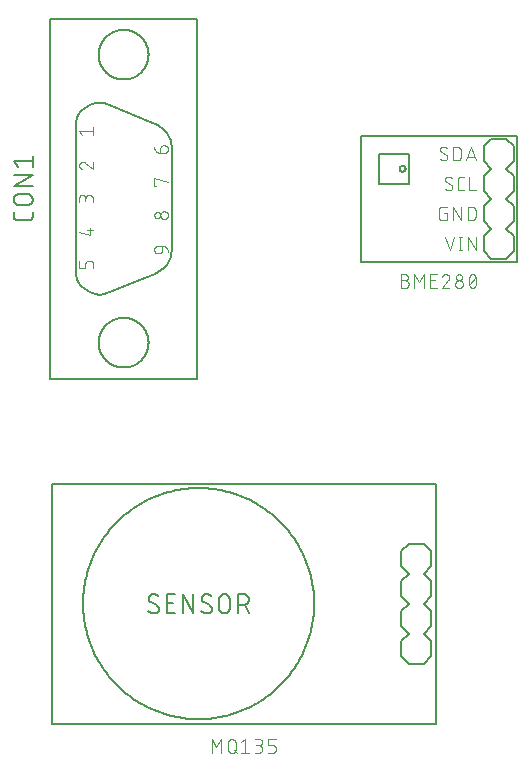
<source format=gbr>
G04 EAGLE Gerber RS-274X export*
G75*
%MOMM*%
%FSLAX34Y34*%
%LPD*%
%INSilkscreen Top*%
%IPPOS*%
%AMOC8*
5,1,8,0,0,1.08239X$1,22.5*%
G01*
%ADD10C,0.127000*%
%ADD11C,0.101600*%
%ADD12C,0.152400*%


D10*
X425450Y457200D02*
X412750Y457200D01*
X406400Y463550D01*
X406400Y476250D01*
X412750Y482600D01*
X406400Y488950D01*
X406400Y501650D01*
X412750Y508000D01*
X406400Y514350D01*
X406400Y527050D01*
X412750Y533400D01*
X406400Y539750D01*
X406400Y552450D01*
X412750Y558800D01*
X431800Y463550D02*
X425450Y457200D01*
X431800Y476250D02*
X425450Y482600D01*
X431800Y488950D01*
X431800Y501650D02*
X425450Y508000D01*
X431800Y514350D01*
X431800Y527050D02*
X425450Y533400D01*
X431800Y539750D01*
X431800Y552450D02*
X425450Y558800D01*
D11*
X379862Y517454D02*
X379860Y517355D01*
X379854Y517255D01*
X379845Y517156D01*
X379832Y517058D01*
X379815Y516960D01*
X379794Y516862D01*
X379769Y516766D01*
X379741Y516671D01*
X379709Y516577D01*
X379674Y516484D01*
X379635Y516392D01*
X379592Y516302D01*
X379547Y516214D01*
X379497Y516127D01*
X379445Y516043D01*
X379389Y515960D01*
X379331Y515880D01*
X379269Y515802D01*
X379204Y515727D01*
X379136Y515654D01*
X379066Y515584D01*
X378993Y515516D01*
X378918Y515451D01*
X378840Y515389D01*
X378760Y515331D01*
X378677Y515275D01*
X378593Y515223D01*
X378506Y515173D01*
X378418Y515128D01*
X378328Y515085D01*
X378236Y515046D01*
X378143Y515011D01*
X378049Y514979D01*
X377954Y514951D01*
X377858Y514926D01*
X377760Y514905D01*
X377662Y514888D01*
X377564Y514875D01*
X377465Y514866D01*
X377365Y514860D01*
X377266Y514858D01*
X377122Y514860D01*
X376977Y514866D01*
X376833Y514875D01*
X376690Y514888D01*
X376546Y514905D01*
X376403Y514926D01*
X376261Y514951D01*
X376120Y514979D01*
X375979Y515011D01*
X375839Y515047D01*
X375700Y515086D01*
X375562Y515129D01*
X375426Y515176D01*
X375290Y515226D01*
X375156Y515280D01*
X375024Y515337D01*
X374893Y515398D01*
X374764Y515462D01*
X374636Y515530D01*
X374510Y515600D01*
X374386Y515675D01*
X374265Y515752D01*
X374145Y515833D01*
X374027Y515916D01*
X373912Y516003D01*
X373799Y516093D01*
X373688Y516186D01*
X373580Y516281D01*
X373474Y516380D01*
X373371Y516481D01*
X373697Y523946D02*
X373699Y524045D01*
X373705Y524145D01*
X373714Y524244D01*
X373727Y524342D01*
X373744Y524440D01*
X373765Y524538D01*
X373790Y524634D01*
X373818Y524729D01*
X373850Y524823D01*
X373885Y524916D01*
X373924Y525008D01*
X373967Y525098D01*
X374012Y525186D01*
X374062Y525273D01*
X374114Y525357D01*
X374170Y525440D01*
X374228Y525520D01*
X374290Y525598D01*
X374355Y525673D01*
X374423Y525746D01*
X374493Y525816D01*
X374566Y525884D01*
X374641Y525949D01*
X374719Y526011D01*
X374799Y526069D01*
X374882Y526125D01*
X374966Y526177D01*
X375053Y526227D01*
X375141Y526272D01*
X375231Y526315D01*
X375323Y526354D01*
X375416Y526389D01*
X375510Y526421D01*
X375605Y526449D01*
X375702Y526474D01*
X375799Y526495D01*
X375897Y526512D01*
X375995Y526525D01*
X376094Y526534D01*
X376194Y526540D01*
X376293Y526542D01*
X376429Y526540D01*
X376565Y526534D01*
X376701Y526525D01*
X376837Y526512D01*
X376972Y526494D01*
X377106Y526474D01*
X377240Y526449D01*
X377374Y526421D01*
X377506Y526388D01*
X377637Y526353D01*
X377768Y526313D01*
X377897Y526270D01*
X378025Y526224D01*
X378151Y526173D01*
X378277Y526120D01*
X378400Y526062D01*
X378522Y526002D01*
X378642Y525938D01*
X378761Y525870D01*
X378877Y525800D01*
X378991Y525726D01*
X379104Y525649D01*
X379214Y525568D01*
X374994Y521674D02*
X374908Y521727D01*
X374824Y521784D01*
X374742Y521843D01*
X374662Y521906D01*
X374585Y521972D01*
X374510Y522040D01*
X374438Y522112D01*
X374369Y522186D01*
X374303Y522263D01*
X374240Y522342D01*
X374180Y522424D01*
X374123Y522508D01*
X374069Y522594D01*
X374019Y522682D01*
X373972Y522772D01*
X373928Y522863D01*
X373889Y522957D01*
X373852Y523051D01*
X373820Y523147D01*
X373791Y523245D01*
X373766Y523343D01*
X373745Y523442D01*
X373727Y523542D01*
X373714Y523642D01*
X373704Y523743D01*
X373698Y523845D01*
X373696Y523946D01*
X378565Y519726D02*
X378651Y519673D01*
X378735Y519616D01*
X378817Y519557D01*
X378897Y519494D01*
X378974Y519428D01*
X379049Y519360D01*
X379121Y519288D01*
X379190Y519214D01*
X379256Y519137D01*
X379319Y519058D01*
X379379Y518976D01*
X379436Y518892D01*
X379490Y518806D01*
X379540Y518718D01*
X379587Y518628D01*
X379631Y518537D01*
X379670Y518443D01*
X379707Y518349D01*
X379739Y518253D01*
X379768Y518155D01*
X379793Y518057D01*
X379814Y517958D01*
X379832Y517858D01*
X379845Y517758D01*
X379855Y517657D01*
X379861Y517555D01*
X379863Y517454D01*
X378564Y519726D02*
X374994Y521674D01*
X386984Y514858D02*
X389580Y514858D01*
X386984Y514858D02*
X386885Y514860D01*
X386785Y514866D01*
X386686Y514875D01*
X386588Y514888D01*
X386490Y514905D01*
X386392Y514926D01*
X386296Y514951D01*
X386201Y514979D01*
X386107Y515011D01*
X386014Y515046D01*
X385922Y515085D01*
X385832Y515128D01*
X385744Y515173D01*
X385657Y515223D01*
X385573Y515275D01*
X385490Y515331D01*
X385410Y515389D01*
X385332Y515451D01*
X385257Y515516D01*
X385184Y515584D01*
X385114Y515654D01*
X385046Y515727D01*
X384981Y515802D01*
X384919Y515880D01*
X384861Y515960D01*
X384805Y516043D01*
X384753Y516127D01*
X384703Y516214D01*
X384658Y516302D01*
X384615Y516392D01*
X384576Y516484D01*
X384541Y516577D01*
X384509Y516671D01*
X384481Y516766D01*
X384456Y516862D01*
X384435Y516960D01*
X384418Y517058D01*
X384405Y517156D01*
X384396Y517255D01*
X384390Y517355D01*
X384388Y517454D01*
X384387Y517454D02*
X384387Y523946D01*
X384388Y523946D02*
X384390Y524045D01*
X384396Y524145D01*
X384405Y524244D01*
X384418Y524342D01*
X384435Y524440D01*
X384456Y524538D01*
X384481Y524634D01*
X384509Y524729D01*
X384541Y524823D01*
X384576Y524916D01*
X384615Y525008D01*
X384658Y525098D01*
X384703Y525186D01*
X384753Y525273D01*
X384805Y525357D01*
X384861Y525440D01*
X384919Y525520D01*
X384981Y525598D01*
X385046Y525673D01*
X385114Y525746D01*
X385184Y525816D01*
X385257Y525884D01*
X385332Y525949D01*
X385410Y526011D01*
X385490Y526069D01*
X385573Y526125D01*
X385657Y526177D01*
X385744Y526227D01*
X385832Y526272D01*
X385922Y526315D01*
X386014Y526354D01*
X386106Y526389D01*
X386201Y526421D01*
X386296Y526449D01*
X386392Y526474D01*
X386490Y526495D01*
X386588Y526512D01*
X386686Y526525D01*
X386785Y526534D01*
X386885Y526540D01*
X386984Y526542D01*
X389580Y526542D01*
X394349Y526542D02*
X394349Y514858D01*
X399542Y514858D01*
D10*
X434340Y454660D02*
X302260Y454660D01*
X302260Y561340D01*
X434340Y561340D01*
X434340Y454660D01*
X431800Y463550D02*
X431800Y476250D01*
X431800Y488950D02*
X431800Y501650D01*
X431800Y514350D02*
X431800Y527050D01*
X431800Y539750D02*
X431800Y552450D01*
X425450Y558800D02*
X412750Y558800D01*
D11*
X375158Y495949D02*
X373211Y495949D01*
X375158Y495949D02*
X375158Y489458D01*
X371263Y489458D01*
X371164Y489460D01*
X371064Y489466D01*
X370965Y489475D01*
X370867Y489488D01*
X370769Y489505D01*
X370671Y489526D01*
X370575Y489551D01*
X370480Y489579D01*
X370386Y489611D01*
X370293Y489646D01*
X370201Y489685D01*
X370111Y489728D01*
X370023Y489773D01*
X369936Y489823D01*
X369852Y489875D01*
X369769Y489931D01*
X369689Y489989D01*
X369611Y490051D01*
X369536Y490116D01*
X369463Y490184D01*
X369393Y490254D01*
X369325Y490327D01*
X369260Y490402D01*
X369198Y490480D01*
X369140Y490560D01*
X369084Y490643D01*
X369032Y490727D01*
X368982Y490814D01*
X368937Y490902D01*
X368894Y490992D01*
X368855Y491084D01*
X368820Y491177D01*
X368788Y491271D01*
X368760Y491366D01*
X368735Y491462D01*
X368714Y491560D01*
X368697Y491658D01*
X368684Y491756D01*
X368675Y491855D01*
X368669Y491955D01*
X368667Y492054D01*
X368667Y498546D01*
X368669Y498645D01*
X368675Y498745D01*
X368684Y498844D01*
X368697Y498942D01*
X368714Y499040D01*
X368735Y499138D01*
X368760Y499234D01*
X368788Y499329D01*
X368820Y499423D01*
X368855Y499516D01*
X368894Y499608D01*
X368937Y499698D01*
X368982Y499786D01*
X369032Y499873D01*
X369084Y499957D01*
X369140Y500040D01*
X369198Y500120D01*
X369260Y500198D01*
X369325Y500273D01*
X369393Y500346D01*
X369463Y500416D01*
X369536Y500484D01*
X369611Y500549D01*
X369689Y500611D01*
X369769Y500669D01*
X369852Y500725D01*
X369936Y500777D01*
X370023Y500827D01*
X370111Y500872D01*
X370201Y500915D01*
X370293Y500954D01*
X370385Y500989D01*
X370480Y501021D01*
X370575Y501049D01*
X370671Y501074D01*
X370769Y501095D01*
X370867Y501112D01*
X370965Y501125D01*
X371064Y501134D01*
X371164Y501140D01*
X371263Y501142D01*
X375158Y501142D01*
X380859Y501142D02*
X380859Y489458D01*
X387350Y489458D02*
X380859Y501142D01*
X387350Y501142D02*
X387350Y489458D01*
X393051Y489458D02*
X393051Y501142D01*
X396296Y501142D01*
X396409Y501140D01*
X396522Y501134D01*
X396635Y501124D01*
X396748Y501110D01*
X396860Y501093D01*
X396971Y501071D01*
X397081Y501046D01*
X397191Y501016D01*
X397299Y500983D01*
X397406Y500946D01*
X397512Y500906D01*
X397616Y500861D01*
X397719Y500813D01*
X397820Y500762D01*
X397919Y500707D01*
X398016Y500649D01*
X398111Y500587D01*
X398204Y500522D01*
X398294Y500454D01*
X398382Y500383D01*
X398468Y500308D01*
X398551Y500231D01*
X398631Y500151D01*
X398708Y500068D01*
X398783Y499982D01*
X398854Y499894D01*
X398922Y499804D01*
X398987Y499711D01*
X399049Y499616D01*
X399107Y499519D01*
X399162Y499420D01*
X399213Y499319D01*
X399261Y499216D01*
X399306Y499112D01*
X399346Y499006D01*
X399383Y498899D01*
X399416Y498791D01*
X399446Y498681D01*
X399471Y498571D01*
X399493Y498460D01*
X399510Y498348D01*
X399524Y498235D01*
X399534Y498122D01*
X399540Y498009D01*
X399542Y497896D01*
X399542Y492704D01*
X399540Y492591D01*
X399534Y492478D01*
X399524Y492365D01*
X399510Y492252D01*
X399493Y492140D01*
X399471Y492029D01*
X399446Y491919D01*
X399416Y491809D01*
X399383Y491701D01*
X399346Y491594D01*
X399306Y491488D01*
X399261Y491384D01*
X399213Y491281D01*
X399162Y491180D01*
X399107Y491081D01*
X399049Y490984D01*
X398987Y490889D01*
X398922Y490796D01*
X398854Y490706D01*
X398783Y490618D01*
X398708Y490532D01*
X398631Y490449D01*
X398551Y490369D01*
X398468Y490292D01*
X398382Y490217D01*
X398294Y490146D01*
X398204Y490078D01*
X398111Y490013D01*
X398016Y489951D01*
X397919Y489893D01*
X397820Y489838D01*
X397719Y489787D01*
X397616Y489739D01*
X397512Y489694D01*
X397406Y489654D01*
X397299Y489617D01*
X397191Y489584D01*
X397081Y489554D01*
X396971Y489529D01*
X396860Y489507D01*
X396748Y489490D01*
X396635Y489476D01*
X396522Y489466D01*
X396409Y489460D01*
X396296Y489458D01*
X393051Y489458D01*
X373733Y475742D02*
X377627Y464058D01*
X381522Y475742D01*
X386771Y475742D02*
X386771Y464058D01*
X385473Y464058D02*
X388070Y464058D01*
X388070Y475742D02*
X385473Y475742D01*
X393051Y475742D02*
X393051Y464058D01*
X399542Y464058D02*
X393051Y475742D01*
X399542Y475742D02*
X399542Y464058D01*
X373056Y540258D02*
X373155Y540260D01*
X373255Y540266D01*
X373354Y540275D01*
X373452Y540288D01*
X373550Y540305D01*
X373648Y540326D01*
X373744Y540351D01*
X373839Y540379D01*
X373933Y540411D01*
X374026Y540446D01*
X374118Y540485D01*
X374208Y540528D01*
X374296Y540573D01*
X374383Y540623D01*
X374467Y540675D01*
X374550Y540731D01*
X374630Y540789D01*
X374708Y540851D01*
X374783Y540916D01*
X374856Y540984D01*
X374926Y541054D01*
X374994Y541127D01*
X375059Y541202D01*
X375121Y541280D01*
X375179Y541360D01*
X375235Y541443D01*
X375287Y541527D01*
X375337Y541614D01*
X375382Y541702D01*
X375425Y541792D01*
X375464Y541884D01*
X375499Y541977D01*
X375531Y542071D01*
X375559Y542166D01*
X375584Y542262D01*
X375605Y542360D01*
X375622Y542458D01*
X375635Y542556D01*
X375644Y542655D01*
X375650Y542755D01*
X375652Y542854D01*
X373056Y540258D02*
X372912Y540260D01*
X372767Y540266D01*
X372623Y540275D01*
X372480Y540288D01*
X372336Y540305D01*
X372193Y540326D01*
X372051Y540351D01*
X371910Y540379D01*
X371769Y540411D01*
X371629Y540447D01*
X371490Y540486D01*
X371352Y540529D01*
X371216Y540576D01*
X371080Y540626D01*
X370946Y540680D01*
X370814Y540737D01*
X370683Y540798D01*
X370554Y540862D01*
X370426Y540930D01*
X370300Y541000D01*
X370176Y541075D01*
X370055Y541152D01*
X369935Y541233D01*
X369817Y541316D01*
X369702Y541403D01*
X369589Y541493D01*
X369478Y541586D01*
X369370Y541681D01*
X369264Y541780D01*
X369161Y541881D01*
X369486Y549346D02*
X369488Y549445D01*
X369494Y549545D01*
X369503Y549644D01*
X369516Y549742D01*
X369533Y549840D01*
X369554Y549938D01*
X369579Y550034D01*
X369607Y550129D01*
X369639Y550223D01*
X369674Y550316D01*
X369713Y550408D01*
X369756Y550498D01*
X369801Y550586D01*
X369851Y550673D01*
X369903Y550757D01*
X369959Y550840D01*
X370017Y550920D01*
X370079Y550998D01*
X370144Y551073D01*
X370212Y551146D01*
X370282Y551216D01*
X370355Y551284D01*
X370430Y551349D01*
X370508Y551411D01*
X370588Y551469D01*
X370671Y551525D01*
X370755Y551577D01*
X370842Y551627D01*
X370930Y551672D01*
X371020Y551715D01*
X371112Y551754D01*
X371205Y551789D01*
X371299Y551821D01*
X371394Y551849D01*
X371491Y551874D01*
X371588Y551895D01*
X371686Y551912D01*
X371784Y551925D01*
X371883Y551934D01*
X371983Y551940D01*
X372082Y551942D01*
X372218Y551940D01*
X372354Y551934D01*
X372490Y551925D01*
X372626Y551912D01*
X372761Y551894D01*
X372895Y551874D01*
X373029Y551849D01*
X373163Y551821D01*
X373295Y551788D01*
X373426Y551753D01*
X373557Y551713D01*
X373686Y551670D01*
X373814Y551624D01*
X373940Y551573D01*
X374066Y551520D01*
X374189Y551462D01*
X374311Y551402D01*
X374431Y551338D01*
X374550Y551270D01*
X374666Y551200D01*
X374780Y551126D01*
X374893Y551049D01*
X375003Y550968D01*
X370783Y547074D02*
X370697Y547127D01*
X370613Y547184D01*
X370531Y547243D01*
X370451Y547306D01*
X370374Y547372D01*
X370299Y547440D01*
X370227Y547512D01*
X370158Y547586D01*
X370092Y547663D01*
X370029Y547742D01*
X369969Y547824D01*
X369912Y547908D01*
X369858Y547994D01*
X369808Y548082D01*
X369761Y548172D01*
X369717Y548263D01*
X369678Y548357D01*
X369641Y548451D01*
X369609Y548547D01*
X369580Y548645D01*
X369555Y548743D01*
X369534Y548842D01*
X369516Y548942D01*
X369503Y549042D01*
X369493Y549143D01*
X369487Y549245D01*
X369485Y549346D01*
X374354Y545126D02*
X374440Y545073D01*
X374524Y545016D01*
X374606Y544957D01*
X374686Y544894D01*
X374763Y544828D01*
X374838Y544760D01*
X374910Y544688D01*
X374979Y544614D01*
X375045Y544537D01*
X375108Y544458D01*
X375168Y544376D01*
X375225Y544292D01*
X375279Y544206D01*
X375329Y544118D01*
X375376Y544028D01*
X375420Y543937D01*
X375459Y543843D01*
X375496Y543749D01*
X375528Y543653D01*
X375557Y543555D01*
X375582Y543457D01*
X375603Y543358D01*
X375621Y543258D01*
X375634Y543158D01*
X375644Y543057D01*
X375650Y542955D01*
X375652Y542854D01*
X374354Y545126D02*
X370784Y547074D01*
X380591Y551942D02*
X380591Y540258D01*
X380591Y551942D02*
X383836Y551942D01*
X383949Y551940D01*
X384062Y551934D01*
X384175Y551924D01*
X384288Y551910D01*
X384400Y551893D01*
X384511Y551871D01*
X384621Y551846D01*
X384731Y551816D01*
X384839Y551783D01*
X384946Y551746D01*
X385052Y551706D01*
X385156Y551661D01*
X385259Y551613D01*
X385360Y551562D01*
X385459Y551507D01*
X385556Y551449D01*
X385651Y551387D01*
X385744Y551322D01*
X385834Y551254D01*
X385922Y551183D01*
X386008Y551108D01*
X386091Y551031D01*
X386171Y550951D01*
X386248Y550868D01*
X386323Y550782D01*
X386394Y550694D01*
X386462Y550604D01*
X386527Y550511D01*
X386589Y550416D01*
X386647Y550319D01*
X386702Y550220D01*
X386753Y550119D01*
X386801Y550016D01*
X386846Y549912D01*
X386886Y549806D01*
X386923Y549699D01*
X386956Y549591D01*
X386986Y549481D01*
X387011Y549371D01*
X387033Y549260D01*
X387050Y549148D01*
X387064Y549035D01*
X387074Y548922D01*
X387080Y548809D01*
X387082Y548696D01*
X387082Y543504D01*
X387080Y543391D01*
X387074Y543278D01*
X387064Y543165D01*
X387050Y543052D01*
X387033Y542940D01*
X387011Y542829D01*
X386986Y542719D01*
X386956Y542609D01*
X386923Y542501D01*
X386886Y542394D01*
X386846Y542288D01*
X386801Y542184D01*
X386753Y542081D01*
X386702Y541980D01*
X386647Y541881D01*
X386589Y541784D01*
X386527Y541689D01*
X386462Y541596D01*
X386394Y541506D01*
X386323Y541418D01*
X386248Y541332D01*
X386171Y541249D01*
X386091Y541169D01*
X386008Y541092D01*
X385922Y541017D01*
X385834Y540946D01*
X385744Y540878D01*
X385651Y540813D01*
X385556Y540751D01*
X385459Y540693D01*
X385360Y540638D01*
X385259Y540587D01*
X385156Y540539D01*
X385052Y540494D01*
X384946Y540454D01*
X384839Y540417D01*
X384731Y540384D01*
X384621Y540354D01*
X384511Y540329D01*
X384400Y540307D01*
X384288Y540290D01*
X384175Y540276D01*
X384062Y540266D01*
X383949Y540260D01*
X383836Y540258D01*
X380591Y540258D01*
X391753Y540258D02*
X395647Y551942D01*
X399542Y540258D01*
X398568Y543179D02*
X392726Y543179D01*
D10*
X342900Y520700D02*
X317500Y520700D01*
X317500Y546100D01*
X342900Y546100D01*
X342900Y520700D01*
X335280Y533400D02*
X335282Y533500D01*
X335288Y533601D01*
X335298Y533700D01*
X335312Y533800D01*
X335329Y533899D01*
X335351Y533997D01*
X335377Y534094D01*
X335406Y534190D01*
X335439Y534284D01*
X335476Y534378D01*
X335516Y534470D01*
X335560Y534560D01*
X335608Y534648D01*
X335659Y534735D01*
X335713Y534819D01*
X335771Y534901D01*
X335832Y534981D01*
X335896Y535058D01*
X335963Y535133D01*
X336033Y535205D01*
X336106Y535274D01*
X336181Y535340D01*
X336259Y535404D01*
X336339Y535464D01*
X336422Y535521D01*
X336507Y535574D01*
X336594Y535624D01*
X336683Y535671D01*
X336773Y535714D01*
X336865Y535754D01*
X336959Y535790D01*
X337054Y535822D01*
X337150Y535850D01*
X337248Y535875D01*
X337346Y535895D01*
X337445Y535912D01*
X337545Y535925D01*
X337644Y535934D01*
X337745Y535939D01*
X337845Y535940D01*
X337945Y535937D01*
X338046Y535930D01*
X338145Y535919D01*
X338245Y535904D01*
X338343Y535886D01*
X338441Y535863D01*
X338538Y535836D01*
X338633Y535806D01*
X338728Y535772D01*
X338821Y535734D01*
X338912Y535693D01*
X339002Y535648D01*
X339090Y535600D01*
X339176Y535548D01*
X339260Y535493D01*
X339341Y535434D01*
X339420Y535372D01*
X339497Y535308D01*
X339571Y535240D01*
X339642Y535169D01*
X339711Y535096D01*
X339776Y535020D01*
X339839Y534941D01*
X339898Y534860D01*
X339954Y534777D01*
X340007Y534692D01*
X340056Y534604D01*
X340102Y534515D01*
X340144Y534424D01*
X340183Y534331D01*
X340218Y534237D01*
X340249Y534142D01*
X340277Y534045D01*
X340300Y533948D01*
X340320Y533849D01*
X340336Y533750D01*
X340348Y533651D01*
X340356Y533550D01*
X340360Y533450D01*
X340360Y533350D01*
X340356Y533250D01*
X340348Y533149D01*
X340336Y533050D01*
X340320Y532951D01*
X340300Y532852D01*
X340277Y532755D01*
X340249Y532658D01*
X340218Y532563D01*
X340183Y532469D01*
X340144Y532376D01*
X340102Y532285D01*
X340056Y532196D01*
X340007Y532108D01*
X339954Y532023D01*
X339898Y531940D01*
X339839Y531859D01*
X339776Y531780D01*
X339711Y531704D01*
X339642Y531631D01*
X339571Y531560D01*
X339497Y531492D01*
X339420Y531428D01*
X339341Y531366D01*
X339260Y531307D01*
X339176Y531252D01*
X339090Y531200D01*
X339002Y531152D01*
X338912Y531107D01*
X338821Y531066D01*
X338728Y531028D01*
X338633Y530994D01*
X338538Y530964D01*
X338441Y530937D01*
X338343Y530914D01*
X338245Y530896D01*
X338145Y530881D01*
X338046Y530870D01*
X337945Y530863D01*
X337845Y530860D01*
X337745Y530861D01*
X337644Y530866D01*
X337545Y530875D01*
X337445Y530888D01*
X337346Y530905D01*
X337248Y530925D01*
X337150Y530950D01*
X337054Y530978D01*
X336959Y531010D01*
X336865Y531046D01*
X336773Y531086D01*
X336683Y531129D01*
X336594Y531176D01*
X336507Y531226D01*
X336422Y531279D01*
X336339Y531336D01*
X336259Y531396D01*
X336181Y531460D01*
X336106Y531526D01*
X336033Y531595D01*
X335963Y531667D01*
X335896Y531742D01*
X335832Y531819D01*
X335771Y531899D01*
X335713Y531981D01*
X335659Y532065D01*
X335608Y532152D01*
X335560Y532240D01*
X335516Y532330D01*
X335476Y532422D01*
X335439Y532516D01*
X335406Y532610D01*
X335377Y532706D01*
X335351Y532803D01*
X335329Y532901D01*
X335312Y533000D01*
X335298Y533100D01*
X335288Y533199D01*
X335282Y533300D01*
X335280Y533400D01*
D11*
X336374Y438799D02*
X339619Y438799D01*
X339619Y438800D02*
X339732Y438798D01*
X339845Y438792D01*
X339958Y438782D01*
X340071Y438768D01*
X340183Y438751D01*
X340294Y438729D01*
X340404Y438704D01*
X340514Y438674D01*
X340622Y438641D01*
X340729Y438604D01*
X340835Y438564D01*
X340939Y438519D01*
X341042Y438471D01*
X341143Y438420D01*
X341242Y438365D01*
X341339Y438307D01*
X341434Y438245D01*
X341527Y438180D01*
X341617Y438112D01*
X341705Y438041D01*
X341791Y437966D01*
X341874Y437889D01*
X341954Y437809D01*
X342031Y437726D01*
X342106Y437640D01*
X342177Y437552D01*
X342245Y437462D01*
X342310Y437369D01*
X342372Y437274D01*
X342430Y437177D01*
X342485Y437078D01*
X342536Y436977D01*
X342584Y436874D01*
X342629Y436770D01*
X342669Y436664D01*
X342706Y436557D01*
X342739Y436449D01*
X342769Y436339D01*
X342794Y436229D01*
X342816Y436118D01*
X342833Y436006D01*
X342847Y435893D01*
X342857Y435780D01*
X342863Y435667D01*
X342865Y435554D01*
X342863Y435441D01*
X342857Y435328D01*
X342847Y435215D01*
X342833Y435102D01*
X342816Y434990D01*
X342794Y434879D01*
X342769Y434769D01*
X342739Y434659D01*
X342706Y434551D01*
X342669Y434444D01*
X342629Y434338D01*
X342584Y434234D01*
X342536Y434131D01*
X342485Y434030D01*
X342430Y433931D01*
X342372Y433834D01*
X342310Y433739D01*
X342245Y433646D01*
X342177Y433556D01*
X342106Y433468D01*
X342031Y433382D01*
X341954Y433299D01*
X341874Y433219D01*
X341791Y433142D01*
X341705Y433067D01*
X341617Y432996D01*
X341527Y432928D01*
X341434Y432863D01*
X341339Y432801D01*
X341242Y432743D01*
X341143Y432688D01*
X341042Y432637D01*
X340939Y432589D01*
X340835Y432544D01*
X340729Y432504D01*
X340622Y432467D01*
X340514Y432434D01*
X340404Y432404D01*
X340294Y432379D01*
X340183Y432357D01*
X340071Y432340D01*
X339958Y432326D01*
X339845Y432316D01*
X339732Y432310D01*
X339619Y432308D01*
X336374Y432308D01*
X336374Y443992D01*
X339619Y443992D01*
X339720Y443990D01*
X339820Y443984D01*
X339920Y443974D01*
X340020Y443961D01*
X340119Y443943D01*
X340218Y443922D01*
X340315Y443897D01*
X340412Y443868D01*
X340507Y443835D01*
X340601Y443799D01*
X340693Y443759D01*
X340784Y443716D01*
X340873Y443669D01*
X340960Y443619D01*
X341046Y443565D01*
X341129Y443508D01*
X341209Y443448D01*
X341288Y443385D01*
X341364Y443318D01*
X341437Y443249D01*
X341507Y443177D01*
X341575Y443103D01*
X341640Y443026D01*
X341701Y442946D01*
X341760Y442864D01*
X341815Y442780D01*
X341867Y442694D01*
X341916Y442606D01*
X341961Y442516D01*
X342003Y442424D01*
X342041Y442331D01*
X342075Y442236D01*
X342106Y442141D01*
X342133Y442044D01*
X342156Y441946D01*
X342176Y441847D01*
X342191Y441747D01*
X342203Y441647D01*
X342211Y441547D01*
X342215Y441446D01*
X342215Y441346D01*
X342211Y441245D01*
X342203Y441145D01*
X342191Y441045D01*
X342176Y440945D01*
X342156Y440846D01*
X342133Y440748D01*
X342106Y440651D01*
X342075Y440556D01*
X342041Y440461D01*
X342003Y440368D01*
X341961Y440276D01*
X341916Y440186D01*
X341867Y440098D01*
X341815Y440012D01*
X341760Y439928D01*
X341701Y439846D01*
X341640Y439766D01*
X341575Y439689D01*
X341507Y439615D01*
X341437Y439543D01*
X341364Y439474D01*
X341288Y439407D01*
X341209Y439344D01*
X341129Y439284D01*
X341046Y439227D01*
X340960Y439173D01*
X340873Y439123D01*
X340784Y439076D01*
X340693Y439033D01*
X340601Y438993D01*
X340507Y438957D01*
X340412Y438924D01*
X340315Y438895D01*
X340218Y438870D01*
X340119Y438849D01*
X340020Y438831D01*
X339920Y438818D01*
X339820Y438808D01*
X339720Y438802D01*
X339619Y438800D01*
X347747Y443992D02*
X347747Y432308D01*
X351642Y437501D02*
X347747Y443992D01*
X351642Y437501D02*
X355537Y443992D01*
X355537Y432308D01*
X361373Y432308D02*
X366566Y432308D01*
X361373Y432308D02*
X361373Y443992D01*
X366566Y443992D01*
X365268Y438799D02*
X361373Y438799D01*
X374445Y443992D02*
X374552Y443990D01*
X374658Y443984D01*
X374764Y443974D01*
X374870Y443961D01*
X374976Y443943D01*
X375080Y443922D01*
X375184Y443897D01*
X375287Y443868D01*
X375388Y443836D01*
X375488Y443799D01*
X375587Y443759D01*
X375685Y443716D01*
X375781Y443669D01*
X375875Y443618D01*
X375967Y443564D01*
X376057Y443507D01*
X376145Y443447D01*
X376230Y443383D01*
X376313Y443316D01*
X376394Y443246D01*
X376472Y443174D01*
X376548Y443098D01*
X376620Y443020D01*
X376690Y442939D01*
X376757Y442856D01*
X376821Y442771D01*
X376881Y442683D01*
X376938Y442593D01*
X376992Y442501D01*
X377043Y442407D01*
X377090Y442311D01*
X377133Y442213D01*
X377173Y442114D01*
X377210Y442014D01*
X377242Y441913D01*
X377271Y441810D01*
X377296Y441706D01*
X377317Y441602D01*
X377335Y441496D01*
X377348Y441390D01*
X377358Y441284D01*
X377364Y441178D01*
X377366Y441071D01*
X374445Y443992D02*
X374324Y443990D01*
X374203Y443984D01*
X374083Y443974D01*
X373962Y443961D01*
X373843Y443943D01*
X373723Y443922D01*
X373605Y443897D01*
X373488Y443868D01*
X373371Y443835D01*
X373256Y443799D01*
X373142Y443758D01*
X373029Y443715D01*
X372917Y443667D01*
X372808Y443616D01*
X372700Y443561D01*
X372593Y443503D01*
X372489Y443442D01*
X372387Y443377D01*
X372287Y443309D01*
X372189Y443238D01*
X372093Y443164D01*
X372000Y443087D01*
X371910Y443006D01*
X371822Y442923D01*
X371737Y442837D01*
X371654Y442748D01*
X371575Y442657D01*
X371498Y442563D01*
X371425Y442467D01*
X371355Y442369D01*
X371288Y442268D01*
X371224Y442165D01*
X371164Y442060D01*
X371107Y441953D01*
X371053Y441845D01*
X371003Y441735D01*
X370957Y441623D01*
X370914Y441510D01*
X370875Y441395D01*
X376393Y438799D02*
X376472Y438876D01*
X376548Y438957D01*
X376621Y439040D01*
X376691Y439125D01*
X376758Y439213D01*
X376822Y439303D01*
X376882Y439395D01*
X376939Y439490D01*
X376993Y439586D01*
X377044Y439684D01*
X377091Y439784D01*
X377135Y439886D01*
X377175Y439989D01*
X377211Y440093D01*
X377243Y440199D01*
X377272Y440305D01*
X377297Y440413D01*
X377319Y440521D01*
X377336Y440631D01*
X377350Y440740D01*
X377359Y440850D01*
X377365Y440961D01*
X377367Y441071D01*
X376393Y438799D02*
X370875Y432308D01*
X377366Y432308D01*
X382305Y435554D02*
X382307Y435667D01*
X382313Y435780D01*
X382323Y435893D01*
X382337Y436006D01*
X382354Y436118D01*
X382376Y436229D01*
X382401Y436339D01*
X382431Y436449D01*
X382464Y436557D01*
X382501Y436664D01*
X382541Y436770D01*
X382586Y436874D01*
X382634Y436977D01*
X382685Y437078D01*
X382740Y437177D01*
X382798Y437274D01*
X382860Y437369D01*
X382925Y437462D01*
X382993Y437552D01*
X383064Y437640D01*
X383139Y437726D01*
X383216Y437809D01*
X383296Y437889D01*
X383379Y437966D01*
X383465Y438041D01*
X383553Y438112D01*
X383643Y438180D01*
X383736Y438245D01*
X383831Y438307D01*
X383928Y438365D01*
X384027Y438420D01*
X384128Y438471D01*
X384231Y438519D01*
X384335Y438564D01*
X384441Y438604D01*
X384548Y438641D01*
X384656Y438674D01*
X384766Y438704D01*
X384876Y438729D01*
X384987Y438751D01*
X385099Y438768D01*
X385212Y438782D01*
X385325Y438792D01*
X385438Y438798D01*
X385551Y438800D01*
X385664Y438798D01*
X385777Y438792D01*
X385890Y438782D01*
X386003Y438768D01*
X386115Y438751D01*
X386226Y438729D01*
X386336Y438704D01*
X386446Y438674D01*
X386554Y438641D01*
X386661Y438604D01*
X386767Y438564D01*
X386871Y438519D01*
X386974Y438471D01*
X387075Y438420D01*
X387174Y438365D01*
X387271Y438307D01*
X387366Y438245D01*
X387459Y438180D01*
X387549Y438112D01*
X387637Y438041D01*
X387723Y437966D01*
X387806Y437889D01*
X387886Y437809D01*
X387963Y437726D01*
X388038Y437640D01*
X388109Y437552D01*
X388177Y437462D01*
X388242Y437369D01*
X388304Y437274D01*
X388362Y437177D01*
X388417Y437078D01*
X388468Y436977D01*
X388516Y436874D01*
X388561Y436770D01*
X388601Y436664D01*
X388638Y436557D01*
X388671Y436449D01*
X388701Y436339D01*
X388726Y436229D01*
X388748Y436118D01*
X388765Y436006D01*
X388779Y435893D01*
X388789Y435780D01*
X388795Y435667D01*
X388797Y435554D01*
X388795Y435441D01*
X388789Y435328D01*
X388779Y435215D01*
X388765Y435102D01*
X388748Y434990D01*
X388726Y434879D01*
X388701Y434769D01*
X388671Y434659D01*
X388638Y434551D01*
X388601Y434444D01*
X388561Y434338D01*
X388516Y434234D01*
X388468Y434131D01*
X388417Y434030D01*
X388362Y433931D01*
X388304Y433834D01*
X388242Y433739D01*
X388177Y433646D01*
X388109Y433556D01*
X388038Y433468D01*
X387963Y433382D01*
X387886Y433299D01*
X387806Y433219D01*
X387723Y433142D01*
X387637Y433067D01*
X387549Y432996D01*
X387459Y432928D01*
X387366Y432863D01*
X387271Y432801D01*
X387174Y432743D01*
X387075Y432688D01*
X386974Y432637D01*
X386871Y432589D01*
X386767Y432544D01*
X386661Y432504D01*
X386554Y432467D01*
X386446Y432434D01*
X386336Y432404D01*
X386226Y432379D01*
X386115Y432357D01*
X386003Y432340D01*
X385890Y432326D01*
X385777Y432316D01*
X385664Y432310D01*
X385551Y432308D01*
X385438Y432310D01*
X385325Y432316D01*
X385212Y432326D01*
X385099Y432340D01*
X384987Y432357D01*
X384876Y432379D01*
X384766Y432404D01*
X384656Y432434D01*
X384548Y432467D01*
X384441Y432504D01*
X384335Y432544D01*
X384231Y432589D01*
X384128Y432637D01*
X384027Y432688D01*
X383928Y432743D01*
X383831Y432801D01*
X383736Y432863D01*
X383643Y432928D01*
X383553Y432996D01*
X383465Y433067D01*
X383379Y433142D01*
X383296Y433219D01*
X383216Y433299D01*
X383139Y433382D01*
X383064Y433468D01*
X382993Y433556D01*
X382925Y433646D01*
X382860Y433739D01*
X382798Y433834D01*
X382740Y433931D01*
X382685Y434030D01*
X382634Y434131D01*
X382586Y434234D01*
X382541Y434338D01*
X382501Y434444D01*
X382464Y434551D01*
X382431Y434659D01*
X382401Y434769D01*
X382376Y434879D01*
X382354Y434990D01*
X382337Y435102D01*
X382323Y435215D01*
X382313Y435328D01*
X382307Y435441D01*
X382305Y435554D01*
X382955Y441396D02*
X382957Y441497D01*
X382963Y441597D01*
X382973Y441697D01*
X382986Y441797D01*
X383004Y441896D01*
X383025Y441995D01*
X383050Y442092D01*
X383079Y442189D01*
X383112Y442284D01*
X383148Y442378D01*
X383188Y442470D01*
X383231Y442561D01*
X383278Y442650D01*
X383328Y442737D01*
X383382Y442823D01*
X383439Y442906D01*
X383499Y442986D01*
X383562Y443065D01*
X383629Y443141D01*
X383698Y443214D01*
X383770Y443284D01*
X383844Y443352D01*
X383921Y443417D01*
X384001Y443478D01*
X384083Y443537D01*
X384167Y443592D01*
X384253Y443644D01*
X384341Y443693D01*
X384431Y443738D01*
X384523Y443780D01*
X384616Y443818D01*
X384711Y443852D01*
X384806Y443883D01*
X384903Y443910D01*
X385001Y443933D01*
X385100Y443953D01*
X385200Y443968D01*
X385300Y443980D01*
X385400Y443988D01*
X385501Y443992D01*
X385601Y443992D01*
X385702Y443988D01*
X385802Y443980D01*
X385902Y443968D01*
X386002Y443953D01*
X386101Y443933D01*
X386199Y443910D01*
X386296Y443883D01*
X386391Y443852D01*
X386486Y443818D01*
X386579Y443780D01*
X386671Y443738D01*
X386761Y443693D01*
X386849Y443644D01*
X386935Y443592D01*
X387019Y443537D01*
X387101Y443478D01*
X387181Y443417D01*
X387258Y443352D01*
X387332Y443284D01*
X387404Y443214D01*
X387473Y443141D01*
X387540Y443065D01*
X387603Y442986D01*
X387663Y442906D01*
X387720Y442823D01*
X387774Y442737D01*
X387824Y442650D01*
X387871Y442561D01*
X387914Y442470D01*
X387954Y442378D01*
X387990Y442284D01*
X388023Y442189D01*
X388052Y442092D01*
X388077Y441995D01*
X388098Y441896D01*
X388116Y441797D01*
X388129Y441697D01*
X388139Y441597D01*
X388145Y441497D01*
X388147Y441396D01*
X388145Y441295D01*
X388139Y441195D01*
X388129Y441095D01*
X388116Y440995D01*
X388098Y440896D01*
X388077Y440797D01*
X388052Y440700D01*
X388023Y440603D01*
X387990Y440508D01*
X387954Y440414D01*
X387914Y440322D01*
X387871Y440231D01*
X387824Y440142D01*
X387774Y440055D01*
X387720Y439969D01*
X387663Y439886D01*
X387603Y439806D01*
X387540Y439727D01*
X387473Y439651D01*
X387404Y439578D01*
X387332Y439508D01*
X387258Y439440D01*
X387181Y439375D01*
X387101Y439314D01*
X387019Y439255D01*
X386935Y439200D01*
X386849Y439148D01*
X386761Y439099D01*
X386671Y439054D01*
X386579Y439012D01*
X386486Y438974D01*
X386391Y438940D01*
X386296Y438909D01*
X386199Y438882D01*
X386101Y438859D01*
X386002Y438839D01*
X385902Y438824D01*
X385802Y438812D01*
X385702Y438804D01*
X385601Y438800D01*
X385501Y438800D01*
X385400Y438804D01*
X385300Y438812D01*
X385200Y438824D01*
X385100Y438839D01*
X385001Y438859D01*
X384903Y438882D01*
X384806Y438909D01*
X384711Y438940D01*
X384616Y438974D01*
X384523Y439012D01*
X384431Y439054D01*
X384341Y439099D01*
X384253Y439148D01*
X384167Y439200D01*
X384083Y439255D01*
X384001Y439314D01*
X383921Y439375D01*
X383844Y439440D01*
X383770Y439508D01*
X383698Y439578D01*
X383629Y439651D01*
X383562Y439727D01*
X383499Y439806D01*
X383439Y439886D01*
X383382Y439969D01*
X383328Y440055D01*
X383278Y440142D01*
X383231Y440231D01*
X383188Y440322D01*
X383148Y440414D01*
X383112Y440508D01*
X383079Y440603D01*
X383050Y440700D01*
X383025Y440797D01*
X383004Y440896D01*
X382986Y440995D01*
X382973Y441095D01*
X382963Y441195D01*
X382957Y441295D01*
X382955Y441396D01*
X393736Y438150D02*
X393739Y438380D01*
X393747Y438610D01*
X393761Y438839D01*
X393780Y439068D01*
X393805Y439297D01*
X393835Y439524D01*
X393870Y439752D01*
X393911Y439978D01*
X393957Y440203D01*
X394009Y440427D01*
X394066Y440649D01*
X394128Y440871D01*
X394196Y441090D01*
X394269Y441308D01*
X394347Y441525D01*
X394430Y441739D01*
X394518Y441951D01*
X394611Y442161D01*
X394710Y442369D01*
X394709Y442369D02*
X394742Y442459D01*
X394778Y442548D01*
X394818Y442636D01*
X394862Y442721D01*
X394909Y442805D01*
X394959Y442887D01*
X395013Y442967D01*
X395069Y443044D01*
X395129Y443120D01*
X395192Y443193D01*
X395257Y443263D01*
X395326Y443331D01*
X395397Y443395D01*
X395470Y443457D01*
X395546Y443516D01*
X395624Y443572D01*
X395705Y443625D01*
X395787Y443674D01*
X395871Y443720D01*
X395958Y443763D01*
X396045Y443802D01*
X396135Y443838D01*
X396225Y443870D01*
X396317Y443898D01*
X396410Y443923D01*
X396504Y443944D01*
X396598Y443961D01*
X396693Y443975D01*
X396789Y443984D01*
X396885Y443990D01*
X396981Y443992D01*
X397077Y443990D01*
X397173Y443984D01*
X397269Y443975D01*
X397364Y443961D01*
X397458Y443944D01*
X397552Y443923D01*
X397645Y443898D01*
X397737Y443870D01*
X397827Y443838D01*
X397917Y443802D01*
X398004Y443763D01*
X398091Y443720D01*
X398175Y443674D01*
X398257Y443625D01*
X398338Y443572D01*
X398416Y443516D01*
X398492Y443457D01*
X398565Y443395D01*
X398636Y443331D01*
X398705Y443263D01*
X398770Y443193D01*
X398833Y443120D01*
X398893Y443044D01*
X398949Y442967D01*
X399003Y442887D01*
X399053Y442805D01*
X399100Y442721D01*
X399144Y442636D01*
X399184Y442548D01*
X399220Y442459D01*
X399253Y442369D01*
X399352Y442162D01*
X399445Y441952D01*
X399533Y441739D01*
X399616Y441525D01*
X399694Y441309D01*
X399767Y441091D01*
X399835Y440871D01*
X399897Y440650D01*
X399954Y440427D01*
X400006Y440203D01*
X400052Y439978D01*
X400093Y439752D01*
X400128Y439525D01*
X400158Y439297D01*
X400183Y439068D01*
X400202Y438839D01*
X400216Y438610D01*
X400224Y438380D01*
X400227Y438150D01*
X393735Y438150D02*
X393738Y437920D01*
X393746Y437690D01*
X393760Y437461D01*
X393779Y437232D01*
X393804Y437003D01*
X393834Y436775D01*
X393869Y436548D01*
X393910Y436322D01*
X393956Y436097D01*
X394008Y435873D01*
X394065Y435650D01*
X394127Y435429D01*
X394195Y435209D01*
X394268Y434991D01*
X394346Y434775D01*
X394429Y434561D01*
X394517Y434349D01*
X394610Y434138D01*
X394709Y433931D01*
X394742Y433841D01*
X394778Y433752D01*
X394819Y433664D01*
X394862Y433579D01*
X394909Y433495D01*
X394959Y433413D01*
X395013Y433333D01*
X395069Y433256D01*
X395129Y433180D01*
X395192Y433107D01*
X395257Y433037D01*
X395326Y432969D01*
X395397Y432905D01*
X395470Y432843D01*
X395546Y432784D01*
X395624Y432728D01*
X395705Y432675D01*
X395787Y432626D01*
X395871Y432580D01*
X395958Y432537D01*
X396045Y432498D01*
X396135Y432462D01*
X396225Y432430D01*
X396317Y432402D01*
X396410Y432377D01*
X396504Y432356D01*
X396598Y432339D01*
X396693Y432325D01*
X396789Y432316D01*
X396885Y432310D01*
X396981Y432308D01*
X399253Y433931D02*
X399352Y434138D01*
X399445Y434349D01*
X399533Y434561D01*
X399616Y434775D01*
X399694Y434991D01*
X399767Y435209D01*
X399835Y435429D01*
X399897Y435650D01*
X399954Y435873D01*
X400006Y436097D01*
X400052Y436322D01*
X400093Y436548D01*
X400128Y436775D01*
X400158Y437003D01*
X400183Y437232D01*
X400202Y437461D01*
X400216Y437690D01*
X400224Y437920D01*
X400227Y438150D01*
X399253Y433931D02*
X399220Y433841D01*
X399184Y433752D01*
X399144Y433664D01*
X399100Y433579D01*
X399053Y433495D01*
X399003Y433413D01*
X398949Y433333D01*
X398893Y433256D01*
X398833Y433180D01*
X398770Y433107D01*
X398705Y433037D01*
X398636Y432969D01*
X398565Y432905D01*
X398492Y432843D01*
X398416Y432784D01*
X398338Y432728D01*
X398257Y432675D01*
X398175Y432626D01*
X398091Y432580D01*
X398004Y432537D01*
X397917Y432498D01*
X397827Y432462D01*
X397737Y432430D01*
X397645Y432402D01*
X397552Y432377D01*
X397458Y432356D01*
X397364Y432339D01*
X397269Y432325D01*
X397173Y432316D01*
X397077Y432310D01*
X396981Y432308D01*
X394384Y434904D02*
X399577Y441396D01*
D10*
X163830Y660400D02*
X39370Y660400D01*
X163830Y660400D02*
X163830Y355600D01*
X39370Y355600D01*
X39370Y660400D01*
X142240Y552450D02*
X142240Y463550D01*
X60960Y445770D02*
X60960Y570230D01*
X87630Y588010D02*
X128270Y571500D01*
X138430Y563880D02*
X140970Y558800D01*
X138430Y563880D02*
X135890Y566420D01*
X130810Y570230D01*
X128270Y571500D01*
X141986Y554482D02*
X142240Y552450D01*
X141986Y554482D02*
X141478Y557276D01*
X140970Y558800D01*
X87630Y588010D02*
X84836Y588772D01*
X81280Y589280D01*
X77216Y588772D01*
X72898Y587502D01*
X68580Y584708D01*
X65786Y582168D01*
X63246Y578358D01*
X61976Y576072D01*
X61214Y573024D01*
X60960Y570230D01*
X128270Y444500D02*
X87630Y427990D01*
X138430Y452120D02*
X140970Y457200D01*
X138430Y452120D02*
X135890Y449580D01*
X130810Y445770D01*
X128270Y444500D01*
X141986Y461518D02*
X142240Y463550D01*
X141986Y461518D02*
X141478Y458724D01*
X140970Y457200D01*
X87630Y427990D02*
X84836Y427228D01*
X81280Y426720D01*
X77216Y427228D01*
X72898Y428498D01*
X68580Y431292D01*
X65786Y433832D01*
X63246Y437642D01*
X61976Y439928D01*
X61214Y442976D01*
X60960Y445770D01*
X80518Y386080D02*
X80524Y386597D01*
X80543Y387114D01*
X80575Y387631D01*
X80620Y388146D01*
X80677Y388661D01*
X80746Y389173D01*
X80828Y389684D01*
X80923Y390193D01*
X81030Y390699D01*
X81150Y391203D01*
X81282Y391703D01*
X81426Y392200D01*
X81582Y392693D01*
X81750Y393182D01*
X81931Y393667D01*
X82123Y394148D01*
X82327Y394623D01*
X82542Y395094D01*
X82769Y395559D01*
X83007Y396018D01*
X83257Y396471D01*
X83517Y396918D01*
X83789Y397359D01*
X84071Y397793D01*
X84364Y398219D01*
X84667Y398639D01*
X84980Y399050D01*
X85303Y399454D01*
X85637Y399850D01*
X85979Y400238D01*
X86331Y400617D01*
X86693Y400987D01*
X87063Y401349D01*
X87442Y401701D01*
X87830Y402043D01*
X88226Y402377D01*
X88630Y402700D01*
X89041Y403013D01*
X89461Y403316D01*
X89887Y403609D01*
X90321Y403891D01*
X90762Y404163D01*
X91209Y404423D01*
X91662Y404673D01*
X92121Y404911D01*
X92586Y405138D01*
X93057Y405353D01*
X93532Y405557D01*
X94013Y405749D01*
X94498Y405930D01*
X94987Y406098D01*
X95480Y406254D01*
X95977Y406398D01*
X96477Y406530D01*
X96981Y406650D01*
X97487Y406757D01*
X97996Y406852D01*
X98507Y406934D01*
X99019Y407003D01*
X99534Y407060D01*
X100049Y407105D01*
X100566Y407137D01*
X101083Y407156D01*
X101600Y407162D01*
X102117Y407156D01*
X102634Y407137D01*
X103151Y407105D01*
X103666Y407060D01*
X104181Y407003D01*
X104693Y406934D01*
X105204Y406852D01*
X105713Y406757D01*
X106219Y406650D01*
X106723Y406530D01*
X107223Y406398D01*
X107720Y406254D01*
X108213Y406098D01*
X108702Y405930D01*
X109187Y405749D01*
X109668Y405557D01*
X110143Y405353D01*
X110614Y405138D01*
X111079Y404911D01*
X111538Y404673D01*
X111991Y404423D01*
X112438Y404163D01*
X112879Y403891D01*
X113313Y403609D01*
X113739Y403316D01*
X114159Y403013D01*
X114570Y402700D01*
X114974Y402377D01*
X115370Y402043D01*
X115758Y401701D01*
X116137Y401349D01*
X116507Y400987D01*
X116869Y400617D01*
X117221Y400238D01*
X117563Y399850D01*
X117897Y399454D01*
X118220Y399050D01*
X118533Y398639D01*
X118836Y398219D01*
X119129Y397793D01*
X119411Y397359D01*
X119683Y396918D01*
X119943Y396471D01*
X120193Y396018D01*
X120431Y395559D01*
X120658Y395094D01*
X120873Y394623D01*
X121077Y394148D01*
X121269Y393667D01*
X121450Y393182D01*
X121618Y392693D01*
X121774Y392200D01*
X121918Y391703D01*
X122050Y391203D01*
X122170Y390699D01*
X122277Y390193D01*
X122372Y389684D01*
X122454Y389173D01*
X122523Y388661D01*
X122580Y388146D01*
X122625Y387631D01*
X122657Y387114D01*
X122676Y386597D01*
X122682Y386080D01*
X122676Y385563D01*
X122657Y385046D01*
X122625Y384529D01*
X122580Y384014D01*
X122523Y383499D01*
X122454Y382987D01*
X122372Y382476D01*
X122277Y381967D01*
X122170Y381461D01*
X122050Y380957D01*
X121918Y380457D01*
X121774Y379960D01*
X121618Y379467D01*
X121450Y378978D01*
X121269Y378493D01*
X121077Y378012D01*
X120873Y377537D01*
X120658Y377066D01*
X120431Y376601D01*
X120193Y376142D01*
X119943Y375689D01*
X119683Y375242D01*
X119411Y374801D01*
X119129Y374367D01*
X118836Y373941D01*
X118533Y373521D01*
X118220Y373110D01*
X117897Y372706D01*
X117563Y372310D01*
X117221Y371922D01*
X116869Y371543D01*
X116507Y371173D01*
X116137Y370811D01*
X115758Y370459D01*
X115370Y370117D01*
X114974Y369783D01*
X114570Y369460D01*
X114159Y369147D01*
X113739Y368844D01*
X113313Y368551D01*
X112879Y368269D01*
X112438Y367997D01*
X111991Y367737D01*
X111538Y367487D01*
X111079Y367249D01*
X110614Y367022D01*
X110143Y366807D01*
X109668Y366603D01*
X109187Y366411D01*
X108702Y366230D01*
X108213Y366062D01*
X107720Y365906D01*
X107223Y365762D01*
X106723Y365630D01*
X106219Y365510D01*
X105713Y365403D01*
X105204Y365308D01*
X104693Y365226D01*
X104181Y365157D01*
X103666Y365100D01*
X103151Y365055D01*
X102634Y365023D01*
X102117Y365004D01*
X101600Y364998D01*
X101083Y365004D01*
X100566Y365023D01*
X100049Y365055D01*
X99534Y365100D01*
X99019Y365157D01*
X98507Y365226D01*
X97996Y365308D01*
X97487Y365403D01*
X96981Y365510D01*
X96477Y365630D01*
X95977Y365762D01*
X95480Y365906D01*
X94987Y366062D01*
X94498Y366230D01*
X94013Y366411D01*
X93532Y366603D01*
X93057Y366807D01*
X92586Y367022D01*
X92121Y367249D01*
X91662Y367487D01*
X91209Y367737D01*
X90762Y367997D01*
X90321Y368269D01*
X89887Y368551D01*
X89461Y368844D01*
X89041Y369147D01*
X88630Y369460D01*
X88226Y369783D01*
X87830Y370117D01*
X87442Y370459D01*
X87063Y370811D01*
X86693Y371173D01*
X86331Y371543D01*
X85979Y371922D01*
X85637Y372310D01*
X85303Y372706D01*
X84980Y373110D01*
X84667Y373521D01*
X84364Y373941D01*
X84071Y374367D01*
X83789Y374801D01*
X83517Y375242D01*
X83257Y375689D01*
X83007Y376142D01*
X82769Y376601D01*
X82542Y377066D01*
X82327Y377537D01*
X82123Y378012D01*
X81931Y378493D01*
X81750Y378978D01*
X81582Y379467D01*
X81426Y379960D01*
X81282Y380457D01*
X81150Y380957D01*
X81030Y381461D01*
X80923Y381967D01*
X80828Y382476D01*
X80746Y382987D01*
X80677Y383499D01*
X80620Y384014D01*
X80575Y384529D01*
X80543Y385046D01*
X80524Y385563D01*
X80518Y386080D01*
X80518Y629920D02*
X80524Y630437D01*
X80543Y630954D01*
X80575Y631471D01*
X80620Y631986D01*
X80677Y632501D01*
X80746Y633013D01*
X80828Y633524D01*
X80923Y634033D01*
X81030Y634539D01*
X81150Y635043D01*
X81282Y635543D01*
X81426Y636040D01*
X81582Y636533D01*
X81750Y637022D01*
X81931Y637507D01*
X82123Y637988D01*
X82327Y638463D01*
X82542Y638934D01*
X82769Y639399D01*
X83007Y639858D01*
X83257Y640311D01*
X83517Y640758D01*
X83789Y641199D01*
X84071Y641633D01*
X84364Y642059D01*
X84667Y642479D01*
X84980Y642890D01*
X85303Y643294D01*
X85637Y643690D01*
X85979Y644078D01*
X86331Y644457D01*
X86693Y644827D01*
X87063Y645189D01*
X87442Y645541D01*
X87830Y645883D01*
X88226Y646217D01*
X88630Y646540D01*
X89041Y646853D01*
X89461Y647156D01*
X89887Y647449D01*
X90321Y647731D01*
X90762Y648003D01*
X91209Y648263D01*
X91662Y648513D01*
X92121Y648751D01*
X92586Y648978D01*
X93057Y649193D01*
X93532Y649397D01*
X94013Y649589D01*
X94498Y649770D01*
X94987Y649938D01*
X95480Y650094D01*
X95977Y650238D01*
X96477Y650370D01*
X96981Y650490D01*
X97487Y650597D01*
X97996Y650692D01*
X98507Y650774D01*
X99019Y650843D01*
X99534Y650900D01*
X100049Y650945D01*
X100566Y650977D01*
X101083Y650996D01*
X101600Y651002D01*
X102117Y650996D01*
X102634Y650977D01*
X103151Y650945D01*
X103666Y650900D01*
X104181Y650843D01*
X104693Y650774D01*
X105204Y650692D01*
X105713Y650597D01*
X106219Y650490D01*
X106723Y650370D01*
X107223Y650238D01*
X107720Y650094D01*
X108213Y649938D01*
X108702Y649770D01*
X109187Y649589D01*
X109668Y649397D01*
X110143Y649193D01*
X110614Y648978D01*
X111079Y648751D01*
X111538Y648513D01*
X111991Y648263D01*
X112438Y648003D01*
X112879Y647731D01*
X113313Y647449D01*
X113739Y647156D01*
X114159Y646853D01*
X114570Y646540D01*
X114974Y646217D01*
X115370Y645883D01*
X115758Y645541D01*
X116137Y645189D01*
X116507Y644827D01*
X116869Y644457D01*
X117221Y644078D01*
X117563Y643690D01*
X117897Y643294D01*
X118220Y642890D01*
X118533Y642479D01*
X118836Y642059D01*
X119129Y641633D01*
X119411Y641199D01*
X119683Y640758D01*
X119943Y640311D01*
X120193Y639858D01*
X120431Y639399D01*
X120658Y638934D01*
X120873Y638463D01*
X121077Y637988D01*
X121269Y637507D01*
X121450Y637022D01*
X121618Y636533D01*
X121774Y636040D01*
X121918Y635543D01*
X122050Y635043D01*
X122170Y634539D01*
X122277Y634033D01*
X122372Y633524D01*
X122454Y633013D01*
X122523Y632501D01*
X122580Y631986D01*
X122625Y631471D01*
X122657Y630954D01*
X122676Y630437D01*
X122682Y629920D01*
X122676Y629403D01*
X122657Y628886D01*
X122625Y628369D01*
X122580Y627854D01*
X122523Y627339D01*
X122454Y626827D01*
X122372Y626316D01*
X122277Y625807D01*
X122170Y625301D01*
X122050Y624797D01*
X121918Y624297D01*
X121774Y623800D01*
X121618Y623307D01*
X121450Y622818D01*
X121269Y622333D01*
X121077Y621852D01*
X120873Y621377D01*
X120658Y620906D01*
X120431Y620441D01*
X120193Y619982D01*
X119943Y619529D01*
X119683Y619082D01*
X119411Y618641D01*
X119129Y618207D01*
X118836Y617781D01*
X118533Y617361D01*
X118220Y616950D01*
X117897Y616546D01*
X117563Y616150D01*
X117221Y615762D01*
X116869Y615383D01*
X116507Y615013D01*
X116137Y614651D01*
X115758Y614299D01*
X115370Y613957D01*
X114974Y613623D01*
X114570Y613300D01*
X114159Y612987D01*
X113739Y612684D01*
X113313Y612391D01*
X112879Y612109D01*
X112438Y611837D01*
X111991Y611577D01*
X111538Y611327D01*
X111079Y611089D01*
X110614Y610862D01*
X110143Y610647D01*
X109668Y610443D01*
X109187Y610251D01*
X108702Y610070D01*
X108213Y609902D01*
X107720Y609746D01*
X107223Y609602D01*
X106723Y609470D01*
X106219Y609350D01*
X105713Y609243D01*
X105204Y609148D01*
X104693Y609066D01*
X104181Y608997D01*
X103666Y608940D01*
X103151Y608895D01*
X102634Y608863D01*
X102117Y608844D01*
X101600Y608838D01*
X101083Y608844D01*
X100566Y608863D01*
X100049Y608895D01*
X99534Y608940D01*
X99019Y608997D01*
X98507Y609066D01*
X97996Y609148D01*
X97487Y609243D01*
X96981Y609350D01*
X96477Y609470D01*
X95977Y609602D01*
X95480Y609746D01*
X94987Y609902D01*
X94498Y610070D01*
X94013Y610251D01*
X93532Y610443D01*
X93057Y610647D01*
X92586Y610862D01*
X92121Y611089D01*
X91662Y611327D01*
X91209Y611577D01*
X90762Y611837D01*
X90321Y612109D01*
X89887Y612391D01*
X89461Y612684D01*
X89041Y612987D01*
X88630Y613300D01*
X88226Y613623D01*
X87830Y613957D01*
X87442Y614299D01*
X87063Y614651D01*
X86693Y615013D01*
X86331Y615383D01*
X85979Y615762D01*
X85637Y616150D01*
X85303Y616546D01*
X84980Y616950D01*
X84667Y617361D01*
X84364Y617781D01*
X84071Y618207D01*
X83789Y618641D01*
X83517Y619082D01*
X83257Y619529D01*
X83007Y619982D01*
X82769Y620441D01*
X82542Y620906D01*
X82327Y621377D01*
X82123Y621852D01*
X81931Y622333D01*
X81750Y622818D01*
X81582Y623307D01*
X81426Y623800D01*
X81282Y624297D01*
X81150Y624797D01*
X81030Y625301D01*
X80923Y625807D01*
X80828Y626316D01*
X80746Y626827D01*
X80677Y627339D01*
X80620Y627854D01*
X80575Y628369D01*
X80543Y628886D01*
X80524Y629403D01*
X80518Y629920D01*
D11*
X64008Y565094D02*
X66604Y561848D01*
X64008Y565094D02*
X75692Y565094D01*
X75692Y568339D02*
X75692Y561848D01*
X66929Y539129D02*
X66822Y539127D01*
X66716Y539121D01*
X66610Y539111D01*
X66504Y539098D01*
X66398Y539080D01*
X66294Y539059D01*
X66190Y539034D01*
X66087Y539005D01*
X65986Y538973D01*
X65886Y538936D01*
X65787Y538896D01*
X65689Y538853D01*
X65593Y538806D01*
X65499Y538755D01*
X65407Y538701D01*
X65317Y538644D01*
X65229Y538584D01*
X65144Y538520D01*
X65061Y538453D01*
X64980Y538383D01*
X64902Y538311D01*
X64826Y538235D01*
X64754Y538157D01*
X64684Y538076D01*
X64617Y537993D01*
X64553Y537908D01*
X64493Y537820D01*
X64436Y537730D01*
X64382Y537638D01*
X64331Y537544D01*
X64284Y537448D01*
X64241Y537350D01*
X64201Y537251D01*
X64164Y537151D01*
X64132Y537050D01*
X64103Y536947D01*
X64078Y536843D01*
X64057Y536739D01*
X64039Y536633D01*
X64026Y536527D01*
X64016Y536421D01*
X64010Y536315D01*
X64008Y536208D01*
X64010Y536087D01*
X64016Y535966D01*
X64026Y535846D01*
X64039Y535725D01*
X64057Y535606D01*
X64078Y535486D01*
X64103Y535368D01*
X64132Y535251D01*
X64165Y535134D01*
X64201Y535019D01*
X64242Y534905D01*
X64285Y534792D01*
X64333Y534680D01*
X64384Y534571D01*
X64439Y534463D01*
X64497Y534356D01*
X64558Y534252D01*
X64623Y534150D01*
X64691Y534050D01*
X64762Y533952D01*
X64836Y533856D01*
X64913Y533763D01*
X64994Y533673D01*
X65077Y533585D01*
X65163Y533500D01*
X65252Y533417D01*
X65343Y533338D01*
X65437Y533261D01*
X65533Y533188D01*
X65631Y533118D01*
X65732Y533051D01*
X65835Y532987D01*
X65940Y532927D01*
X66047Y532869D01*
X66155Y532816D01*
X66265Y532766D01*
X66377Y532720D01*
X66490Y532677D01*
X66605Y532638D01*
X69201Y538155D02*
X69123Y538234D01*
X69043Y538310D01*
X68960Y538383D01*
X68874Y538453D01*
X68787Y538520D01*
X68696Y538584D01*
X68604Y538644D01*
X68510Y538702D01*
X68413Y538756D01*
X68315Y538806D01*
X68215Y538853D01*
X68114Y538897D01*
X68011Y538937D01*
X67906Y538973D01*
X67801Y539005D01*
X67694Y539034D01*
X67587Y539059D01*
X67478Y539081D01*
X67369Y539098D01*
X67260Y539112D01*
X67150Y539121D01*
X67039Y539127D01*
X66929Y539129D01*
X69201Y538155D02*
X75692Y532638D01*
X75692Y539129D01*
X75692Y507944D02*
X75692Y504698D01*
X75692Y507944D02*
X75690Y508057D01*
X75684Y508170D01*
X75674Y508283D01*
X75660Y508396D01*
X75643Y508508D01*
X75621Y508619D01*
X75596Y508729D01*
X75566Y508839D01*
X75533Y508947D01*
X75496Y509054D01*
X75456Y509160D01*
X75411Y509264D01*
X75363Y509367D01*
X75312Y509468D01*
X75257Y509567D01*
X75199Y509664D01*
X75137Y509759D01*
X75072Y509852D01*
X75004Y509942D01*
X74933Y510030D01*
X74858Y510116D01*
X74781Y510199D01*
X74701Y510279D01*
X74618Y510356D01*
X74532Y510431D01*
X74444Y510502D01*
X74354Y510570D01*
X74261Y510635D01*
X74166Y510697D01*
X74069Y510755D01*
X73970Y510810D01*
X73869Y510861D01*
X73766Y510909D01*
X73662Y510954D01*
X73556Y510994D01*
X73449Y511031D01*
X73341Y511064D01*
X73231Y511094D01*
X73121Y511119D01*
X73010Y511141D01*
X72898Y511158D01*
X72785Y511172D01*
X72672Y511182D01*
X72559Y511188D01*
X72446Y511190D01*
X72333Y511188D01*
X72220Y511182D01*
X72107Y511172D01*
X71994Y511158D01*
X71882Y511141D01*
X71771Y511119D01*
X71661Y511094D01*
X71551Y511064D01*
X71443Y511031D01*
X71336Y510994D01*
X71230Y510954D01*
X71126Y510909D01*
X71023Y510861D01*
X70922Y510810D01*
X70823Y510755D01*
X70726Y510697D01*
X70631Y510635D01*
X70538Y510570D01*
X70448Y510502D01*
X70360Y510431D01*
X70274Y510356D01*
X70191Y510279D01*
X70111Y510199D01*
X70034Y510116D01*
X69959Y510030D01*
X69888Y509942D01*
X69820Y509852D01*
X69755Y509759D01*
X69693Y509664D01*
X69635Y509567D01*
X69580Y509468D01*
X69529Y509367D01*
X69481Y509264D01*
X69436Y509160D01*
X69396Y509054D01*
X69359Y508947D01*
X69326Y508839D01*
X69296Y508729D01*
X69271Y508619D01*
X69249Y508508D01*
X69232Y508396D01*
X69218Y508283D01*
X69208Y508170D01*
X69202Y508057D01*
X69200Y507944D01*
X64008Y508593D02*
X64008Y504698D01*
X64008Y508593D02*
X64010Y508694D01*
X64016Y508794D01*
X64026Y508894D01*
X64039Y508994D01*
X64057Y509093D01*
X64078Y509192D01*
X64103Y509289D01*
X64132Y509386D01*
X64165Y509481D01*
X64201Y509575D01*
X64241Y509667D01*
X64284Y509758D01*
X64331Y509847D01*
X64381Y509934D01*
X64435Y510020D01*
X64492Y510103D01*
X64552Y510183D01*
X64615Y510262D01*
X64682Y510338D01*
X64751Y510411D01*
X64823Y510481D01*
X64897Y510549D01*
X64974Y510614D01*
X65054Y510675D01*
X65136Y510734D01*
X65220Y510789D01*
X65306Y510841D01*
X65394Y510890D01*
X65484Y510935D01*
X65576Y510977D01*
X65669Y511015D01*
X65764Y511049D01*
X65859Y511080D01*
X65956Y511107D01*
X66054Y511130D01*
X66153Y511150D01*
X66253Y511165D01*
X66353Y511177D01*
X66453Y511185D01*
X66554Y511189D01*
X66654Y511189D01*
X66755Y511185D01*
X66855Y511177D01*
X66955Y511165D01*
X67055Y511150D01*
X67154Y511130D01*
X67252Y511107D01*
X67349Y511080D01*
X67444Y511049D01*
X67539Y511015D01*
X67632Y510977D01*
X67724Y510935D01*
X67814Y510890D01*
X67902Y510841D01*
X67988Y510789D01*
X68072Y510734D01*
X68154Y510675D01*
X68234Y510614D01*
X68311Y510549D01*
X68385Y510481D01*
X68457Y510411D01*
X68526Y510338D01*
X68593Y510262D01*
X68656Y510183D01*
X68716Y510103D01*
X68773Y510020D01*
X68827Y509934D01*
X68877Y509847D01*
X68924Y509758D01*
X68967Y509667D01*
X69007Y509575D01*
X69043Y509481D01*
X69076Y509386D01*
X69105Y509289D01*
X69130Y509192D01*
X69151Y509093D01*
X69169Y508994D01*
X69182Y508894D01*
X69192Y508794D01*
X69198Y508694D01*
X69200Y508593D01*
X69201Y508593D02*
X69201Y505996D01*
X64008Y479354D02*
X73096Y476758D01*
X73096Y483249D01*
X70499Y481302D02*
X75692Y481302D01*
X75692Y452713D02*
X75692Y448818D01*
X75692Y452713D02*
X75690Y452812D01*
X75684Y452912D01*
X75675Y453011D01*
X75662Y453109D01*
X75645Y453207D01*
X75624Y453305D01*
X75599Y453401D01*
X75571Y453496D01*
X75539Y453590D01*
X75504Y453683D01*
X75465Y453775D01*
X75422Y453865D01*
X75377Y453953D01*
X75327Y454040D01*
X75275Y454124D01*
X75219Y454207D01*
X75161Y454287D01*
X75099Y454365D01*
X75034Y454440D01*
X74966Y454513D01*
X74896Y454583D01*
X74823Y454651D01*
X74748Y454716D01*
X74670Y454778D01*
X74590Y454836D01*
X74507Y454892D01*
X74423Y454944D01*
X74336Y454994D01*
X74248Y455039D01*
X74158Y455082D01*
X74066Y455121D01*
X73973Y455156D01*
X73879Y455188D01*
X73784Y455216D01*
X73688Y455241D01*
X73590Y455262D01*
X73492Y455279D01*
X73394Y455292D01*
X73295Y455301D01*
X73195Y455307D01*
X73096Y455309D01*
X71797Y455309D01*
X71698Y455307D01*
X71598Y455301D01*
X71499Y455292D01*
X71401Y455279D01*
X71303Y455262D01*
X71205Y455241D01*
X71109Y455216D01*
X71014Y455188D01*
X70920Y455156D01*
X70827Y455121D01*
X70735Y455082D01*
X70645Y455039D01*
X70557Y454994D01*
X70470Y454944D01*
X70386Y454892D01*
X70303Y454836D01*
X70223Y454778D01*
X70145Y454716D01*
X70070Y454651D01*
X69997Y454583D01*
X69927Y454513D01*
X69859Y454440D01*
X69794Y454365D01*
X69732Y454287D01*
X69674Y454207D01*
X69618Y454124D01*
X69566Y454040D01*
X69516Y453953D01*
X69471Y453865D01*
X69428Y453775D01*
X69389Y453683D01*
X69354Y453590D01*
X69322Y453496D01*
X69294Y453401D01*
X69269Y453305D01*
X69248Y453207D01*
X69231Y453109D01*
X69218Y453011D01*
X69209Y452912D01*
X69203Y452812D01*
X69201Y452713D01*
X69201Y448818D01*
X64008Y448818D01*
X64008Y455309D01*
X132701Y546608D02*
X132701Y550503D01*
X132703Y550602D01*
X132709Y550702D01*
X132718Y550801D01*
X132731Y550899D01*
X132748Y550997D01*
X132769Y551095D01*
X132794Y551191D01*
X132822Y551286D01*
X132854Y551380D01*
X132889Y551473D01*
X132928Y551565D01*
X132971Y551655D01*
X133016Y551743D01*
X133066Y551830D01*
X133118Y551914D01*
X133174Y551997D01*
X133232Y552077D01*
X133294Y552155D01*
X133359Y552230D01*
X133427Y552303D01*
X133497Y552373D01*
X133570Y552441D01*
X133645Y552506D01*
X133723Y552568D01*
X133803Y552626D01*
X133886Y552682D01*
X133970Y552734D01*
X134057Y552784D01*
X134145Y552829D01*
X134235Y552872D01*
X134327Y552911D01*
X134420Y552946D01*
X134514Y552978D01*
X134609Y553006D01*
X134705Y553031D01*
X134803Y553052D01*
X134901Y553069D01*
X134999Y553082D01*
X135098Y553091D01*
X135198Y553097D01*
X135297Y553099D01*
X135946Y553099D01*
X135946Y553100D02*
X136059Y553098D01*
X136172Y553092D01*
X136285Y553082D01*
X136398Y553068D01*
X136510Y553051D01*
X136621Y553029D01*
X136731Y553004D01*
X136841Y552974D01*
X136949Y552941D01*
X137056Y552904D01*
X137162Y552864D01*
X137266Y552819D01*
X137369Y552771D01*
X137470Y552720D01*
X137569Y552665D01*
X137666Y552607D01*
X137761Y552545D01*
X137854Y552480D01*
X137944Y552412D01*
X138032Y552341D01*
X138118Y552266D01*
X138201Y552189D01*
X138281Y552109D01*
X138358Y552026D01*
X138433Y551940D01*
X138504Y551852D01*
X138572Y551762D01*
X138637Y551669D01*
X138699Y551574D01*
X138757Y551477D01*
X138812Y551378D01*
X138863Y551277D01*
X138911Y551174D01*
X138956Y551070D01*
X138996Y550964D01*
X139033Y550857D01*
X139066Y550749D01*
X139096Y550639D01*
X139121Y550529D01*
X139143Y550418D01*
X139160Y550306D01*
X139174Y550193D01*
X139184Y550080D01*
X139190Y549967D01*
X139192Y549854D01*
X139190Y549741D01*
X139184Y549628D01*
X139174Y549515D01*
X139160Y549402D01*
X139143Y549290D01*
X139121Y549179D01*
X139096Y549069D01*
X139066Y548959D01*
X139033Y548851D01*
X138996Y548744D01*
X138956Y548638D01*
X138911Y548534D01*
X138863Y548431D01*
X138812Y548330D01*
X138757Y548231D01*
X138699Y548134D01*
X138637Y548039D01*
X138572Y547946D01*
X138504Y547856D01*
X138433Y547768D01*
X138358Y547682D01*
X138281Y547599D01*
X138201Y547519D01*
X138118Y547442D01*
X138032Y547367D01*
X137944Y547296D01*
X137854Y547228D01*
X137761Y547163D01*
X137666Y547101D01*
X137569Y547043D01*
X137470Y546988D01*
X137369Y546937D01*
X137266Y546889D01*
X137162Y546844D01*
X137056Y546804D01*
X136949Y546767D01*
X136841Y546734D01*
X136731Y546704D01*
X136621Y546679D01*
X136510Y546657D01*
X136398Y546640D01*
X136285Y546626D01*
X136172Y546616D01*
X136059Y546610D01*
X135946Y546608D01*
X132701Y546608D01*
X132558Y546610D01*
X132415Y546616D01*
X132272Y546626D01*
X132130Y546640D01*
X131988Y546657D01*
X131846Y546679D01*
X131705Y546704D01*
X131565Y546734D01*
X131426Y546767D01*
X131288Y546804D01*
X131151Y546845D01*
X131015Y546889D01*
X130880Y546938D01*
X130747Y546990D01*
X130615Y547045D01*
X130485Y547105D01*
X130356Y547168D01*
X130229Y547234D01*
X130105Y547304D01*
X129982Y547377D01*
X129861Y547454D01*
X129742Y547533D01*
X129626Y547617D01*
X129511Y547703D01*
X129400Y547792D01*
X129291Y547885D01*
X129184Y547980D01*
X129080Y548079D01*
X128979Y548180D01*
X128880Y548284D01*
X128785Y548390D01*
X128692Y548500D01*
X128603Y548611D01*
X128517Y548725D01*
X128434Y548842D01*
X128354Y548961D01*
X128277Y549082D01*
X128204Y549204D01*
X128134Y549329D01*
X128068Y549456D01*
X128005Y549585D01*
X127945Y549715D01*
X127890Y549847D01*
X127838Y549980D01*
X127789Y550115D01*
X127745Y550251D01*
X127704Y550388D01*
X127667Y550526D01*
X127634Y550665D01*
X127604Y550805D01*
X127579Y550946D01*
X127557Y551088D01*
X127540Y551230D01*
X127526Y551372D01*
X127516Y551515D01*
X127510Y551658D01*
X127508Y551801D01*
X127508Y518668D02*
X128806Y518668D01*
X127508Y518668D02*
X127508Y525159D01*
X139192Y521914D01*
X135946Y497220D02*
X135833Y497218D01*
X135720Y497212D01*
X135607Y497202D01*
X135494Y497188D01*
X135382Y497171D01*
X135271Y497149D01*
X135161Y497124D01*
X135051Y497094D01*
X134943Y497061D01*
X134836Y497024D01*
X134730Y496984D01*
X134626Y496939D01*
X134523Y496891D01*
X134422Y496840D01*
X134323Y496785D01*
X134226Y496727D01*
X134131Y496665D01*
X134038Y496600D01*
X133948Y496532D01*
X133860Y496461D01*
X133774Y496386D01*
X133691Y496309D01*
X133611Y496229D01*
X133534Y496146D01*
X133459Y496060D01*
X133388Y495972D01*
X133320Y495882D01*
X133255Y495789D01*
X133193Y495694D01*
X133135Y495597D01*
X133080Y495498D01*
X133029Y495397D01*
X132981Y495294D01*
X132936Y495190D01*
X132896Y495084D01*
X132859Y494977D01*
X132826Y494869D01*
X132796Y494759D01*
X132771Y494649D01*
X132749Y494538D01*
X132732Y494426D01*
X132718Y494313D01*
X132708Y494200D01*
X132702Y494087D01*
X132700Y493974D01*
X132702Y493861D01*
X132708Y493748D01*
X132718Y493635D01*
X132732Y493522D01*
X132749Y493410D01*
X132771Y493299D01*
X132796Y493189D01*
X132826Y493079D01*
X132859Y492971D01*
X132896Y492864D01*
X132936Y492758D01*
X132981Y492654D01*
X133029Y492551D01*
X133080Y492450D01*
X133135Y492351D01*
X133193Y492254D01*
X133255Y492159D01*
X133320Y492066D01*
X133388Y491976D01*
X133459Y491888D01*
X133534Y491802D01*
X133611Y491719D01*
X133691Y491639D01*
X133774Y491562D01*
X133860Y491487D01*
X133948Y491416D01*
X134038Y491348D01*
X134131Y491283D01*
X134226Y491221D01*
X134323Y491163D01*
X134422Y491108D01*
X134523Y491057D01*
X134626Y491009D01*
X134730Y490964D01*
X134836Y490924D01*
X134943Y490887D01*
X135051Y490854D01*
X135161Y490824D01*
X135271Y490799D01*
X135382Y490777D01*
X135494Y490760D01*
X135607Y490746D01*
X135720Y490736D01*
X135833Y490730D01*
X135946Y490728D01*
X136059Y490730D01*
X136172Y490736D01*
X136285Y490746D01*
X136398Y490760D01*
X136510Y490777D01*
X136621Y490799D01*
X136731Y490824D01*
X136841Y490854D01*
X136949Y490887D01*
X137056Y490924D01*
X137162Y490964D01*
X137266Y491009D01*
X137369Y491057D01*
X137470Y491108D01*
X137569Y491163D01*
X137666Y491221D01*
X137761Y491283D01*
X137854Y491348D01*
X137944Y491416D01*
X138032Y491487D01*
X138118Y491562D01*
X138201Y491639D01*
X138281Y491719D01*
X138358Y491802D01*
X138433Y491888D01*
X138504Y491976D01*
X138572Y492066D01*
X138637Y492159D01*
X138699Y492254D01*
X138757Y492351D01*
X138812Y492450D01*
X138863Y492551D01*
X138911Y492654D01*
X138956Y492758D01*
X138996Y492864D01*
X139033Y492971D01*
X139066Y493079D01*
X139096Y493189D01*
X139121Y493299D01*
X139143Y493410D01*
X139160Y493522D01*
X139174Y493635D01*
X139184Y493748D01*
X139190Y493861D01*
X139192Y493974D01*
X139190Y494087D01*
X139184Y494200D01*
X139174Y494313D01*
X139160Y494426D01*
X139143Y494538D01*
X139121Y494649D01*
X139096Y494759D01*
X139066Y494869D01*
X139033Y494977D01*
X138996Y495084D01*
X138956Y495190D01*
X138911Y495294D01*
X138863Y495397D01*
X138812Y495498D01*
X138757Y495597D01*
X138699Y495694D01*
X138637Y495789D01*
X138572Y495882D01*
X138504Y495972D01*
X138433Y496060D01*
X138358Y496146D01*
X138281Y496229D01*
X138201Y496309D01*
X138118Y496386D01*
X138032Y496461D01*
X137944Y496532D01*
X137854Y496600D01*
X137761Y496665D01*
X137666Y496727D01*
X137569Y496785D01*
X137470Y496840D01*
X137369Y496891D01*
X137266Y496939D01*
X137162Y496984D01*
X137056Y497024D01*
X136949Y497061D01*
X136841Y497094D01*
X136731Y497124D01*
X136621Y497149D01*
X136510Y497171D01*
X136398Y497188D01*
X136285Y497202D01*
X136172Y497212D01*
X136059Y497218D01*
X135946Y497220D01*
X130104Y496570D02*
X130003Y496568D01*
X129903Y496562D01*
X129803Y496552D01*
X129703Y496539D01*
X129604Y496521D01*
X129505Y496500D01*
X129408Y496475D01*
X129311Y496446D01*
X129216Y496413D01*
X129122Y496377D01*
X129030Y496337D01*
X128939Y496294D01*
X128850Y496247D01*
X128763Y496197D01*
X128677Y496143D01*
X128594Y496086D01*
X128514Y496026D01*
X128435Y495963D01*
X128359Y495896D01*
X128286Y495827D01*
X128216Y495755D01*
X128148Y495681D01*
X128083Y495604D01*
X128022Y495524D01*
X127963Y495442D01*
X127908Y495358D01*
X127856Y495272D01*
X127807Y495184D01*
X127762Y495094D01*
X127720Y495002D01*
X127682Y494909D01*
X127648Y494814D01*
X127617Y494719D01*
X127590Y494622D01*
X127567Y494524D01*
X127547Y494425D01*
X127532Y494325D01*
X127520Y494225D01*
X127512Y494125D01*
X127508Y494024D01*
X127508Y493924D01*
X127512Y493823D01*
X127520Y493723D01*
X127532Y493623D01*
X127547Y493523D01*
X127567Y493424D01*
X127590Y493326D01*
X127617Y493229D01*
X127648Y493134D01*
X127682Y493039D01*
X127720Y492946D01*
X127762Y492854D01*
X127807Y492764D01*
X127856Y492676D01*
X127908Y492590D01*
X127963Y492506D01*
X128022Y492424D01*
X128083Y492344D01*
X128148Y492267D01*
X128216Y492193D01*
X128286Y492121D01*
X128359Y492052D01*
X128435Y491985D01*
X128514Y491922D01*
X128594Y491862D01*
X128677Y491805D01*
X128763Y491751D01*
X128850Y491701D01*
X128939Y491654D01*
X129030Y491611D01*
X129122Y491571D01*
X129216Y491535D01*
X129311Y491502D01*
X129408Y491473D01*
X129505Y491448D01*
X129604Y491427D01*
X129703Y491409D01*
X129803Y491396D01*
X129903Y491386D01*
X130003Y491380D01*
X130104Y491378D01*
X130205Y491380D01*
X130305Y491386D01*
X130405Y491396D01*
X130505Y491409D01*
X130604Y491427D01*
X130703Y491448D01*
X130800Y491473D01*
X130897Y491502D01*
X130992Y491535D01*
X131086Y491571D01*
X131178Y491611D01*
X131269Y491654D01*
X131358Y491701D01*
X131445Y491751D01*
X131531Y491805D01*
X131614Y491862D01*
X131694Y491922D01*
X131773Y491985D01*
X131849Y492052D01*
X131922Y492121D01*
X131992Y492193D01*
X132060Y492267D01*
X132125Y492344D01*
X132186Y492424D01*
X132245Y492506D01*
X132300Y492590D01*
X132352Y492676D01*
X132401Y492764D01*
X132446Y492854D01*
X132488Y492946D01*
X132526Y493039D01*
X132560Y493134D01*
X132591Y493229D01*
X132618Y493326D01*
X132641Y493424D01*
X132661Y493523D01*
X132676Y493623D01*
X132688Y493723D01*
X132696Y493823D01*
X132700Y493924D01*
X132700Y494024D01*
X132696Y494125D01*
X132688Y494225D01*
X132676Y494325D01*
X132661Y494425D01*
X132641Y494524D01*
X132618Y494622D01*
X132591Y494719D01*
X132560Y494814D01*
X132526Y494909D01*
X132488Y495002D01*
X132446Y495094D01*
X132401Y495184D01*
X132352Y495272D01*
X132300Y495358D01*
X132245Y495442D01*
X132186Y495524D01*
X132125Y495604D01*
X132060Y495681D01*
X131992Y495755D01*
X131922Y495827D01*
X131849Y495896D01*
X131773Y495963D01*
X131694Y496026D01*
X131614Y496086D01*
X131531Y496143D01*
X131445Y496197D01*
X131358Y496247D01*
X131269Y496294D01*
X131178Y496337D01*
X131086Y496377D01*
X130992Y496413D01*
X130897Y496446D01*
X130800Y496475D01*
X130703Y496500D01*
X130604Y496521D01*
X130505Y496539D01*
X130405Y496552D01*
X130305Y496562D01*
X130205Y496568D01*
X130104Y496570D01*
X133999Y468009D02*
X133999Y464114D01*
X133997Y464015D01*
X133991Y463915D01*
X133982Y463816D01*
X133969Y463718D01*
X133952Y463620D01*
X133931Y463522D01*
X133906Y463426D01*
X133878Y463331D01*
X133846Y463237D01*
X133811Y463144D01*
X133772Y463052D01*
X133729Y462962D01*
X133684Y462874D01*
X133634Y462787D01*
X133582Y462703D01*
X133526Y462620D01*
X133468Y462540D01*
X133406Y462462D01*
X133341Y462387D01*
X133273Y462314D01*
X133203Y462244D01*
X133130Y462176D01*
X133055Y462111D01*
X132977Y462049D01*
X132897Y461991D01*
X132814Y461935D01*
X132730Y461883D01*
X132643Y461833D01*
X132555Y461788D01*
X132465Y461745D01*
X132373Y461706D01*
X132280Y461671D01*
X132186Y461639D01*
X132091Y461611D01*
X131995Y461586D01*
X131897Y461565D01*
X131799Y461548D01*
X131701Y461535D01*
X131602Y461526D01*
X131502Y461520D01*
X131403Y461518D01*
X130754Y461518D01*
X130641Y461520D01*
X130528Y461526D01*
X130415Y461536D01*
X130302Y461550D01*
X130190Y461567D01*
X130079Y461589D01*
X129969Y461614D01*
X129859Y461644D01*
X129751Y461677D01*
X129644Y461714D01*
X129538Y461754D01*
X129434Y461799D01*
X129331Y461847D01*
X129230Y461898D01*
X129131Y461953D01*
X129034Y462011D01*
X128939Y462073D01*
X128846Y462138D01*
X128756Y462206D01*
X128668Y462277D01*
X128582Y462352D01*
X128499Y462429D01*
X128419Y462509D01*
X128342Y462592D01*
X128267Y462678D01*
X128196Y462766D01*
X128128Y462856D01*
X128063Y462949D01*
X128001Y463044D01*
X127943Y463141D01*
X127888Y463240D01*
X127837Y463341D01*
X127789Y463444D01*
X127744Y463548D01*
X127704Y463654D01*
X127667Y463761D01*
X127634Y463869D01*
X127604Y463979D01*
X127579Y464089D01*
X127557Y464200D01*
X127540Y464312D01*
X127526Y464425D01*
X127516Y464538D01*
X127510Y464651D01*
X127508Y464764D01*
X127510Y464877D01*
X127516Y464990D01*
X127526Y465103D01*
X127540Y465216D01*
X127557Y465328D01*
X127579Y465439D01*
X127604Y465549D01*
X127634Y465659D01*
X127667Y465767D01*
X127704Y465874D01*
X127744Y465980D01*
X127789Y466084D01*
X127837Y466187D01*
X127888Y466288D01*
X127943Y466387D01*
X128001Y466484D01*
X128063Y466579D01*
X128128Y466672D01*
X128196Y466762D01*
X128267Y466850D01*
X128342Y466936D01*
X128419Y467019D01*
X128499Y467099D01*
X128582Y467176D01*
X128668Y467251D01*
X128756Y467322D01*
X128846Y467390D01*
X128939Y467455D01*
X129034Y467517D01*
X129131Y467575D01*
X129230Y467630D01*
X129331Y467681D01*
X129434Y467729D01*
X129538Y467774D01*
X129644Y467814D01*
X129751Y467851D01*
X129859Y467884D01*
X129969Y467914D01*
X130079Y467939D01*
X130190Y467961D01*
X130302Y467978D01*
X130415Y467992D01*
X130528Y468002D01*
X130641Y468008D01*
X130754Y468010D01*
X130754Y468009D02*
X133999Y468009D01*
X134142Y468007D01*
X134285Y468001D01*
X134428Y467991D01*
X134570Y467977D01*
X134712Y467960D01*
X134854Y467938D01*
X134995Y467913D01*
X135135Y467883D01*
X135274Y467850D01*
X135412Y467813D01*
X135549Y467772D01*
X135685Y467728D01*
X135820Y467679D01*
X135953Y467627D01*
X136085Y467572D01*
X136215Y467512D01*
X136344Y467449D01*
X136471Y467383D01*
X136596Y467313D01*
X136718Y467240D01*
X136839Y467163D01*
X136958Y467083D01*
X137074Y467000D01*
X137189Y466914D01*
X137300Y466825D01*
X137410Y466732D01*
X137516Y466637D01*
X137620Y466538D01*
X137721Y466437D01*
X137820Y466333D01*
X137915Y466227D01*
X138008Y466117D01*
X138097Y466006D01*
X138183Y465891D01*
X138266Y465775D01*
X138346Y465656D01*
X138423Y465535D01*
X138496Y465413D01*
X138566Y465288D01*
X138632Y465161D01*
X138695Y465032D01*
X138755Y464902D01*
X138810Y464770D01*
X138862Y464637D01*
X138911Y464502D01*
X138955Y464366D01*
X138996Y464229D01*
X139033Y464091D01*
X139066Y463952D01*
X139096Y463812D01*
X139121Y463671D01*
X139143Y463529D01*
X139160Y463387D01*
X139174Y463245D01*
X139184Y463102D01*
X139190Y462959D01*
X139192Y462816D01*
D12*
X24638Y493324D02*
X24638Y496937D01*
X24638Y493324D02*
X24636Y493206D01*
X24630Y493088D01*
X24621Y492970D01*
X24607Y492853D01*
X24590Y492736D01*
X24569Y492619D01*
X24544Y492504D01*
X24515Y492389D01*
X24482Y492275D01*
X24446Y492163D01*
X24406Y492052D01*
X24363Y491942D01*
X24316Y491833D01*
X24266Y491726D01*
X24211Y491621D01*
X24154Y491518D01*
X24093Y491417D01*
X24029Y491317D01*
X23962Y491220D01*
X23892Y491125D01*
X23818Y491033D01*
X23742Y490942D01*
X23662Y490855D01*
X23580Y490770D01*
X23495Y490688D01*
X23408Y490608D01*
X23317Y490532D01*
X23225Y490458D01*
X23130Y490388D01*
X23033Y490321D01*
X22933Y490257D01*
X22832Y490196D01*
X22729Y490139D01*
X22624Y490084D01*
X22517Y490034D01*
X22408Y489987D01*
X22298Y489944D01*
X22187Y489904D01*
X22075Y489868D01*
X21961Y489835D01*
X21846Y489806D01*
X21731Y489781D01*
X21614Y489760D01*
X21497Y489743D01*
X21380Y489729D01*
X21262Y489720D01*
X21144Y489714D01*
X21026Y489712D01*
X11994Y489712D01*
X11876Y489714D01*
X11758Y489720D01*
X11640Y489729D01*
X11522Y489743D01*
X11405Y489760D01*
X11289Y489781D01*
X11174Y489806D01*
X11059Y489835D01*
X10945Y489868D01*
X10833Y489904D01*
X10721Y489944D01*
X10611Y489987D01*
X10503Y490034D01*
X10396Y490085D01*
X10291Y490139D01*
X10188Y490196D01*
X10086Y490257D01*
X9987Y490321D01*
X9890Y490388D01*
X9795Y490459D01*
X9702Y490532D01*
X9612Y490609D01*
X9524Y490688D01*
X9439Y490770D01*
X9357Y490855D01*
X9278Y490943D01*
X9201Y491033D01*
X9128Y491126D01*
X9057Y491220D01*
X8990Y491318D01*
X8926Y491417D01*
X8865Y491518D01*
X8808Y491622D01*
X8754Y491727D01*
X8703Y491834D01*
X8656Y491942D01*
X8613Y492052D01*
X8573Y492164D01*
X8537Y492276D01*
X8504Y492390D01*
X8475Y492505D01*
X8450Y492620D01*
X8429Y492736D01*
X8412Y492853D01*
X8398Y492971D01*
X8389Y493089D01*
X8383Y493207D01*
X8381Y493325D01*
X8382Y493324D02*
X8382Y496937D01*
X12898Y502778D02*
X20122Y502778D01*
X12898Y502777D02*
X12765Y502779D01*
X12633Y502785D01*
X12501Y502795D01*
X12369Y502808D01*
X12237Y502826D01*
X12107Y502847D01*
X11976Y502872D01*
X11847Y502901D01*
X11719Y502934D01*
X11591Y502970D01*
X11465Y503010D01*
X11340Y503054D01*
X11216Y503102D01*
X11094Y503153D01*
X10973Y503208D01*
X10854Y503266D01*
X10736Y503328D01*
X10621Y503393D01*
X10507Y503462D01*
X10396Y503533D01*
X10287Y503609D01*
X10180Y503687D01*
X10075Y503768D01*
X9973Y503853D01*
X9873Y503940D01*
X9776Y504030D01*
X9681Y504123D01*
X9590Y504219D01*
X9501Y504317D01*
X9415Y504418D01*
X9332Y504522D01*
X9252Y504628D01*
X9176Y504736D01*
X9102Y504846D01*
X9032Y504959D01*
X8965Y505073D01*
X8902Y505190D01*
X8842Y505308D01*
X8785Y505428D01*
X8732Y505550D01*
X8683Y505673D01*
X8637Y505797D01*
X8595Y505923D01*
X8557Y506050D01*
X8522Y506178D01*
X8491Y506307D01*
X8464Y506436D01*
X8441Y506567D01*
X8421Y506698D01*
X8406Y506830D01*
X8394Y506962D01*
X8386Y507094D01*
X8382Y507227D01*
X8382Y507359D01*
X8386Y507492D01*
X8394Y507624D01*
X8406Y507756D01*
X8421Y507888D01*
X8441Y508019D01*
X8464Y508150D01*
X8491Y508279D01*
X8522Y508408D01*
X8557Y508536D01*
X8595Y508663D01*
X8637Y508789D01*
X8683Y508913D01*
X8732Y509036D01*
X8785Y509158D01*
X8842Y509278D01*
X8902Y509396D01*
X8965Y509513D01*
X9032Y509627D01*
X9102Y509740D01*
X9176Y509850D01*
X9252Y509958D01*
X9332Y510064D01*
X9415Y510168D01*
X9501Y510269D01*
X9590Y510367D01*
X9681Y510463D01*
X9776Y510556D01*
X9873Y510646D01*
X9973Y510733D01*
X10075Y510818D01*
X10180Y510899D01*
X10287Y510977D01*
X10396Y511053D01*
X10507Y511124D01*
X10621Y511193D01*
X10736Y511258D01*
X10854Y511320D01*
X10973Y511378D01*
X11094Y511433D01*
X11216Y511484D01*
X11340Y511532D01*
X11465Y511576D01*
X11591Y511616D01*
X11719Y511652D01*
X11847Y511685D01*
X11976Y511714D01*
X12107Y511739D01*
X12237Y511760D01*
X12369Y511778D01*
X12501Y511791D01*
X12633Y511801D01*
X12765Y511807D01*
X12898Y511809D01*
X20122Y511809D01*
X20255Y511807D01*
X20387Y511801D01*
X20519Y511791D01*
X20651Y511778D01*
X20783Y511760D01*
X20913Y511739D01*
X21044Y511714D01*
X21173Y511685D01*
X21301Y511652D01*
X21429Y511616D01*
X21555Y511576D01*
X21680Y511532D01*
X21804Y511484D01*
X21926Y511433D01*
X22047Y511378D01*
X22166Y511320D01*
X22284Y511258D01*
X22399Y511193D01*
X22513Y511124D01*
X22624Y511053D01*
X22733Y510977D01*
X22840Y510899D01*
X22945Y510818D01*
X23047Y510733D01*
X23147Y510646D01*
X23244Y510556D01*
X23339Y510463D01*
X23430Y510367D01*
X23519Y510269D01*
X23605Y510168D01*
X23688Y510064D01*
X23768Y509958D01*
X23844Y509850D01*
X23918Y509740D01*
X23988Y509627D01*
X24055Y509513D01*
X24118Y509396D01*
X24178Y509278D01*
X24235Y509158D01*
X24288Y509036D01*
X24337Y508913D01*
X24383Y508789D01*
X24425Y508663D01*
X24463Y508536D01*
X24498Y508408D01*
X24529Y508279D01*
X24556Y508150D01*
X24579Y508019D01*
X24599Y507888D01*
X24614Y507756D01*
X24626Y507624D01*
X24634Y507492D01*
X24638Y507359D01*
X24638Y507227D01*
X24634Y507094D01*
X24626Y506962D01*
X24614Y506830D01*
X24599Y506698D01*
X24579Y506567D01*
X24556Y506436D01*
X24529Y506307D01*
X24498Y506178D01*
X24463Y506050D01*
X24425Y505923D01*
X24383Y505797D01*
X24337Y505673D01*
X24288Y505550D01*
X24235Y505428D01*
X24178Y505308D01*
X24118Y505190D01*
X24055Y505073D01*
X23988Y504959D01*
X23918Y504846D01*
X23844Y504736D01*
X23768Y504628D01*
X23688Y504522D01*
X23605Y504418D01*
X23519Y504317D01*
X23430Y504219D01*
X23339Y504123D01*
X23244Y504030D01*
X23147Y503940D01*
X23047Y503853D01*
X22945Y503768D01*
X22840Y503687D01*
X22733Y503609D01*
X22624Y503533D01*
X22513Y503462D01*
X22399Y503393D01*
X22284Y503328D01*
X22166Y503266D01*
X22047Y503208D01*
X21926Y503153D01*
X21804Y503102D01*
X21680Y503054D01*
X21555Y503010D01*
X21429Y502970D01*
X21301Y502934D01*
X21173Y502901D01*
X21044Y502872D01*
X20913Y502847D01*
X20783Y502826D01*
X20651Y502808D01*
X20519Y502795D01*
X20387Y502785D01*
X20255Y502779D01*
X20122Y502777D01*
X24638Y518930D02*
X8382Y518930D01*
X24638Y527961D01*
X8382Y527961D01*
X11994Y535082D02*
X8382Y539598D01*
X24638Y539598D01*
X24638Y544113D02*
X24638Y535082D01*
D10*
X40640Y63500D02*
X365760Y63500D01*
X40640Y63500D02*
X40640Y266700D01*
X365760Y266700D01*
X365760Y63500D01*
X67310Y165100D02*
X67339Y167500D01*
X67428Y169898D01*
X67575Y172294D01*
X67781Y174685D01*
X68045Y177071D01*
X68368Y179449D01*
X68750Y181818D01*
X69189Y184178D01*
X69686Y186526D01*
X70241Y188861D01*
X70852Y191182D01*
X71521Y193487D01*
X72246Y195775D01*
X73026Y198044D01*
X73863Y200294D01*
X74754Y202523D01*
X75699Y204729D01*
X76699Y206911D01*
X77752Y209067D01*
X78857Y211198D01*
X80014Y213301D01*
X81223Y215374D01*
X82482Y217417D01*
X83791Y219429D01*
X85148Y221408D01*
X86554Y223353D01*
X88008Y225263D01*
X89507Y227137D01*
X91053Y228974D01*
X92642Y230772D01*
X94276Y232530D01*
X95952Y234248D01*
X97670Y235924D01*
X99428Y237558D01*
X101226Y239147D01*
X103063Y240693D01*
X104937Y242192D01*
X106847Y243646D01*
X108792Y245052D01*
X110771Y246409D01*
X112783Y247718D01*
X114826Y248977D01*
X116899Y250186D01*
X119002Y251343D01*
X121133Y252448D01*
X123289Y253501D01*
X125471Y254501D01*
X127677Y255446D01*
X129906Y256337D01*
X132156Y257174D01*
X134425Y257954D01*
X136713Y258679D01*
X139018Y259348D01*
X141339Y259959D01*
X143674Y260514D01*
X146022Y261011D01*
X148382Y261450D01*
X150751Y261832D01*
X153129Y262155D01*
X155515Y262419D01*
X157906Y262625D01*
X160302Y262772D01*
X162700Y262861D01*
X165100Y262890D01*
X167500Y262861D01*
X169898Y262772D01*
X172294Y262625D01*
X174685Y262419D01*
X177071Y262155D01*
X179449Y261832D01*
X181818Y261450D01*
X184178Y261011D01*
X186526Y260514D01*
X188861Y259959D01*
X191182Y259348D01*
X193487Y258679D01*
X195775Y257954D01*
X198044Y257174D01*
X200294Y256337D01*
X202523Y255446D01*
X204729Y254501D01*
X206911Y253501D01*
X209067Y252448D01*
X211198Y251343D01*
X213301Y250186D01*
X215374Y248977D01*
X217417Y247718D01*
X219429Y246409D01*
X221408Y245052D01*
X223353Y243646D01*
X225263Y242192D01*
X227137Y240693D01*
X228974Y239147D01*
X230772Y237558D01*
X232530Y235924D01*
X234248Y234248D01*
X235924Y232530D01*
X237558Y230772D01*
X239147Y228974D01*
X240693Y227137D01*
X242192Y225263D01*
X243646Y223353D01*
X245052Y221408D01*
X246409Y219429D01*
X247718Y217417D01*
X248977Y215374D01*
X250186Y213301D01*
X251343Y211198D01*
X252448Y209067D01*
X253501Y206911D01*
X254501Y204729D01*
X255446Y202523D01*
X256337Y200294D01*
X257174Y198044D01*
X257954Y195775D01*
X258679Y193487D01*
X259348Y191182D01*
X259959Y188861D01*
X260514Y186526D01*
X261011Y184178D01*
X261450Y181818D01*
X261832Y179449D01*
X262155Y177071D01*
X262419Y174685D01*
X262625Y172294D01*
X262772Y169898D01*
X262861Y167500D01*
X262890Y165100D01*
X262861Y162700D01*
X262772Y160302D01*
X262625Y157906D01*
X262419Y155515D01*
X262155Y153129D01*
X261832Y150751D01*
X261450Y148382D01*
X261011Y146022D01*
X260514Y143674D01*
X259959Y141339D01*
X259348Y139018D01*
X258679Y136713D01*
X257954Y134425D01*
X257174Y132156D01*
X256337Y129906D01*
X255446Y127677D01*
X254501Y125471D01*
X253501Y123289D01*
X252448Y121133D01*
X251343Y119002D01*
X250186Y116899D01*
X248977Y114826D01*
X247718Y112783D01*
X246409Y110771D01*
X245052Y108792D01*
X243646Y106847D01*
X242192Y104937D01*
X240693Y103063D01*
X239147Y101226D01*
X237558Y99428D01*
X235924Y97670D01*
X234248Y95952D01*
X232530Y94276D01*
X230772Y92642D01*
X228974Y91053D01*
X227137Y89507D01*
X225263Y88008D01*
X223353Y86554D01*
X221408Y85148D01*
X219429Y83791D01*
X217417Y82482D01*
X215374Y81223D01*
X213301Y80014D01*
X211198Y78857D01*
X209067Y77752D01*
X206911Y76699D01*
X204729Y75699D01*
X202523Y74754D01*
X200294Y73863D01*
X198044Y73026D01*
X195775Y72246D01*
X193487Y71521D01*
X191182Y70852D01*
X188861Y70241D01*
X186526Y69686D01*
X184178Y69189D01*
X181818Y68750D01*
X179449Y68368D01*
X177071Y68045D01*
X174685Y67781D01*
X172294Y67575D01*
X169898Y67428D01*
X167500Y67339D01*
X165100Y67310D01*
X162700Y67339D01*
X160302Y67428D01*
X157906Y67575D01*
X155515Y67781D01*
X153129Y68045D01*
X150751Y68368D01*
X148382Y68750D01*
X146022Y69189D01*
X143674Y69686D01*
X141339Y70241D01*
X139018Y70852D01*
X136713Y71521D01*
X134425Y72246D01*
X132156Y73026D01*
X129906Y73863D01*
X127677Y74754D01*
X125471Y75699D01*
X123289Y76699D01*
X121133Y77752D01*
X119002Y78857D01*
X116899Y80014D01*
X114826Y81223D01*
X112783Y82482D01*
X110771Y83791D01*
X108792Y85148D01*
X106847Y86554D01*
X104937Y88008D01*
X103063Y89507D01*
X101226Y91053D01*
X99428Y92642D01*
X97670Y94276D01*
X95952Y95952D01*
X94276Y97670D01*
X92642Y99428D01*
X91053Y101226D01*
X89507Y103063D01*
X88008Y104937D01*
X86554Y106847D01*
X85148Y108792D01*
X83791Y110771D01*
X82482Y112783D01*
X81223Y114826D01*
X80014Y116899D01*
X78857Y119002D01*
X77752Y121133D01*
X76699Y123289D01*
X75699Y125471D01*
X74754Y127677D01*
X73863Y129906D01*
X73026Y132156D01*
X72246Y134425D01*
X71521Y136713D01*
X70852Y139018D01*
X70241Y141339D01*
X69686Y143674D01*
X69189Y146022D01*
X68750Y148382D01*
X68368Y150751D01*
X68045Y153129D01*
X67781Y155515D01*
X67575Y157906D01*
X67428Y160302D01*
X67339Y162700D01*
X67310Y165100D01*
X355600Y114300D02*
X361950Y120650D01*
X355600Y114300D02*
X342900Y114300D01*
X336550Y120650D01*
X336550Y133350D01*
X342900Y139700D01*
X336550Y146050D01*
X336550Y158750D01*
X342900Y165100D01*
X336550Y171450D01*
X336550Y184150D01*
X342900Y190500D01*
X355600Y190500D02*
X361950Y184150D01*
X361950Y171450D01*
X355600Y165100D01*
X361950Y158750D01*
X361950Y146050D01*
X355600Y139700D01*
X361950Y133350D01*
X361950Y120650D01*
X355600Y190500D02*
X361950Y196850D01*
X361950Y209550D01*
X355600Y215900D01*
X342900Y215900D01*
X336550Y209550D01*
X336550Y196850D01*
X342900Y190500D01*
D12*
X131533Y160584D02*
X131531Y160466D01*
X131525Y160348D01*
X131516Y160230D01*
X131502Y160113D01*
X131485Y159996D01*
X131464Y159879D01*
X131439Y159764D01*
X131410Y159649D01*
X131377Y159535D01*
X131341Y159423D01*
X131301Y159312D01*
X131258Y159202D01*
X131211Y159093D01*
X131161Y158986D01*
X131106Y158881D01*
X131049Y158778D01*
X130988Y158677D01*
X130924Y158577D01*
X130857Y158480D01*
X130787Y158385D01*
X130713Y158293D01*
X130637Y158202D01*
X130557Y158115D01*
X130475Y158030D01*
X130390Y157948D01*
X130303Y157868D01*
X130212Y157792D01*
X130120Y157718D01*
X130025Y157648D01*
X129928Y157581D01*
X129828Y157517D01*
X129727Y157456D01*
X129624Y157399D01*
X129519Y157344D01*
X129412Y157294D01*
X129303Y157247D01*
X129193Y157204D01*
X129082Y157164D01*
X128970Y157128D01*
X128856Y157095D01*
X128741Y157066D01*
X128626Y157041D01*
X128509Y157020D01*
X128392Y157003D01*
X128275Y156989D01*
X128157Y156980D01*
X128039Y156974D01*
X127921Y156972D01*
X127738Y156974D01*
X127556Y156981D01*
X127374Y156992D01*
X127192Y157007D01*
X127010Y157027D01*
X126829Y157050D01*
X126649Y157079D01*
X126469Y157111D01*
X126290Y157148D01*
X126113Y157189D01*
X125936Y157235D01*
X125760Y157284D01*
X125586Y157338D01*
X125412Y157396D01*
X125241Y157458D01*
X125071Y157524D01*
X124902Y157595D01*
X124735Y157669D01*
X124570Y157747D01*
X124407Y157829D01*
X124246Y157915D01*
X124087Y158005D01*
X123930Y158099D01*
X123776Y158196D01*
X123624Y158297D01*
X123474Y158402D01*
X123327Y158510D01*
X123183Y158621D01*
X123041Y158736D01*
X122902Y158855D01*
X122766Y158977D01*
X122633Y159102D01*
X122503Y159230D01*
X122955Y169616D02*
X122957Y169734D01*
X122963Y169852D01*
X122972Y169970D01*
X122986Y170087D01*
X123003Y170204D01*
X123024Y170321D01*
X123049Y170436D01*
X123078Y170551D01*
X123111Y170665D01*
X123147Y170777D01*
X123187Y170888D01*
X123230Y170998D01*
X123277Y171107D01*
X123327Y171214D01*
X123382Y171319D01*
X123439Y171422D01*
X123500Y171523D01*
X123564Y171623D01*
X123631Y171720D01*
X123701Y171815D01*
X123775Y171907D01*
X123851Y171998D01*
X123931Y172085D01*
X124013Y172170D01*
X124098Y172252D01*
X124185Y172332D01*
X124276Y172408D01*
X124368Y172482D01*
X124463Y172552D01*
X124560Y172619D01*
X124660Y172683D01*
X124761Y172744D01*
X124864Y172802D01*
X124969Y172856D01*
X125076Y172906D01*
X125185Y172953D01*
X125295Y172997D01*
X125406Y173036D01*
X125519Y173072D01*
X125632Y173105D01*
X125747Y173134D01*
X125862Y173159D01*
X125979Y173180D01*
X126096Y173197D01*
X126213Y173211D01*
X126331Y173220D01*
X126449Y173226D01*
X126567Y173228D01*
X126728Y173226D01*
X126890Y173220D01*
X127051Y173211D01*
X127212Y173197D01*
X127372Y173180D01*
X127532Y173159D01*
X127692Y173134D01*
X127851Y173105D01*
X128009Y173073D01*
X128166Y173037D01*
X128322Y172997D01*
X128478Y172953D01*
X128632Y172905D01*
X128785Y172854D01*
X128937Y172800D01*
X129088Y172741D01*
X129237Y172680D01*
X129384Y172614D01*
X129530Y172545D01*
X129675Y172473D01*
X129817Y172397D01*
X129958Y172318D01*
X130097Y172236D01*
X130233Y172150D01*
X130368Y172061D01*
X130501Y171969D01*
X130631Y171873D01*
X124760Y166455D02*
X124659Y166517D01*
X124559Y166582D01*
X124462Y166651D01*
X124367Y166723D01*
X124274Y166797D01*
X124184Y166875D01*
X124096Y166956D01*
X124011Y167039D01*
X123929Y167125D01*
X123850Y167214D01*
X123773Y167305D01*
X123700Y167399D01*
X123629Y167495D01*
X123562Y167593D01*
X123498Y167693D01*
X123437Y167796D01*
X123380Y167900D01*
X123326Y168006D01*
X123276Y168114D01*
X123229Y168223D01*
X123185Y168334D01*
X123145Y168446D01*
X123109Y168560D01*
X123077Y168674D01*
X123048Y168790D01*
X123023Y168906D01*
X123002Y169023D01*
X122985Y169141D01*
X122971Y169259D01*
X122962Y169378D01*
X122956Y169497D01*
X122954Y169616D01*
X129728Y163745D02*
X129829Y163683D01*
X129929Y163618D01*
X130026Y163549D01*
X130121Y163477D01*
X130214Y163403D01*
X130304Y163325D01*
X130392Y163244D01*
X130477Y163161D01*
X130559Y163075D01*
X130638Y162986D01*
X130715Y162895D01*
X130788Y162801D01*
X130859Y162705D01*
X130926Y162607D01*
X130990Y162507D01*
X131051Y162404D01*
X131108Y162300D01*
X131162Y162194D01*
X131212Y162086D01*
X131259Y161977D01*
X131303Y161866D01*
X131343Y161754D01*
X131379Y161640D01*
X131411Y161526D01*
X131440Y161410D01*
X131465Y161294D01*
X131486Y161177D01*
X131503Y161059D01*
X131517Y160941D01*
X131526Y160822D01*
X131532Y160703D01*
X131534Y160584D01*
X129728Y163745D02*
X124760Y166455D01*
X138164Y156972D02*
X145389Y156972D01*
X138164Y156972D02*
X138164Y173228D01*
X145389Y173228D01*
X143582Y166003D02*
X138164Y166003D01*
X151681Y173228D02*
X151681Y156972D01*
X160712Y156972D02*
X151681Y173228D01*
X160712Y173228D02*
X160712Y156972D01*
X172731Y156972D02*
X172849Y156974D01*
X172967Y156980D01*
X173085Y156989D01*
X173202Y157003D01*
X173319Y157020D01*
X173436Y157041D01*
X173551Y157066D01*
X173666Y157095D01*
X173780Y157128D01*
X173892Y157164D01*
X174003Y157204D01*
X174113Y157247D01*
X174222Y157294D01*
X174329Y157344D01*
X174434Y157399D01*
X174537Y157456D01*
X174638Y157517D01*
X174738Y157581D01*
X174835Y157648D01*
X174930Y157718D01*
X175022Y157792D01*
X175113Y157868D01*
X175200Y157948D01*
X175285Y158030D01*
X175367Y158115D01*
X175447Y158202D01*
X175523Y158293D01*
X175597Y158385D01*
X175667Y158480D01*
X175734Y158577D01*
X175798Y158677D01*
X175859Y158778D01*
X175916Y158881D01*
X175971Y158986D01*
X176021Y159093D01*
X176068Y159202D01*
X176111Y159312D01*
X176151Y159423D01*
X176187Y159535D01*
X176220Y159649D01*
X176249Y159764D01*
X176274Y159879D01*
X176295Y159996D01*
X176312Y160113D01*
X176326Y160230D01*
X176335Y160348D01*
X176341Y160466D01*
X176343Y160584D01*
X172731Y156972D02*
X172548Y156974D01*
X172366Y156981D01*
X172184Y156992D01*
X172002Y157007D01*
X171820Y157027D01*
X171639Y157050D01*
X171459Y157079D01*
X171279Y157111D01*
X171100Y157148D01*
X170923Y157189D01*
X170746Y157235D01*
X170570Y157284D01*
X170396Y157338D01*
X170222Y157396D01*
X170051Y157458D01*
X169881Y157524D01*
X169712Y157595D01*
X169545Y157669D01*
X169380Y157747D01*
X169217Y157829D01*
X169056Y157915D01*
X168897Y158005D01*
X168740Y158099D01*
X168586Y158196D01*
X168434Y158297D01*
X168284Y158402D01*
X168137Y158510D01*
X167993Y158621D01*
X167851Y158736D01*
X167712Y158855D01*
X167576Y158977D01*
X167443Y159102D01*
X167313Y159230D01*
X167764Y169616D02*
X167766Y169734D01*
X167772Y169852D01*
X167781Y169970D01*
X167795Y170087D01*
X167812Y170204D01*
X167833Y170321D01*
X167858Y170436D01*
X167887Y170551D01*
X167920Y170665D01*
X167956Y170777D01*
X167996Y170888D01*
X168039Y170998D01*
X168086Y171107D01*
X168136Y171214D01*
X168191Y171319D01*
X168248Y171422D01*
X168309Y171523D01*
X168373Y171623D01*
X168440Y171720D01*
X168510Y171815D01*
X168584Y171907D01*
X168660Y171998D01*
X168740Y172085D01*
X168822Y172170D01*
X168907Y172252D01*
X168994Y172332D01*
X169085Y172408D01*
X169177Y172482D01*
X169272Y172552D01*
X169369Y172619D01*
X169469Y172683D01*
X169570Y172744D01*
X169673Y172802D01*
X169778Y172856D01*
X169885Y172906D01*
X169994Y172953D01*
X170104Y172997D01*
X170215Y173036D01*
X170328Y173072D01*
X170441Y173105D01*
X170556Y173134D01*
X170671Y173159D01*
X170788Y173180D01*
X170905Y173197D01*
X171022Y173211D01*
X171140Y173220D01*
X171258Y173226D01*
X171376Y173228D01*
X171537Y173226D01*
X171699Y173220D01*
X171860Y173211D01*
X172021Y173197D01*
X172181Y173180D01*
X172341Y173159D01*
X172501Y173134D01*
X172660Y173105D01*
X172818Y173073D01*
X172975Y173037D01*
X173131Y172997D01*
X173287Y172953D01*
X173441Y172905D01*
X173594Y172854D01*
X173746Y172800D01*
X173897Y172741D01*
X174046Y172680D01*
X174193Y172614D01*
X174339Y172545D01*
X174484Y172473D01*
X174626Y172397D01*
X174767Y172318D01*
X174906Y172236D01*
X175042Y172150D01*
X175177Y172061D01*
X175310Y171969D01*
X175440Y171873D01*
X169570Y166455D02*
X169469Y166517D01*
X169369Y166582D01*
X169272Y166651D01*
X169177Y166723D01*
X169084Y166797D01*
X168994Y166875D01*
X168906Y166956D01*
X168821Y167039D01*
X168739Y167125D01*
X168660Y167214D01*
X168583Y167305D01*
X168510Y167399D01*
X168439Y167495D01*
X168372Y167593D01*
X168308Y167693D01*
X168247Y167796D01*
X168190Y167900D01*
X168136Y168006D01*
X168086Y168114D01*
X168039Y168223D01*
X167995Y168334D01*
X167955Y168446D01*
X167919Y168560D01*
X167887Y168674D01*
X167858Y168790D01*
X167833Y168906D01*
X167812Y169023D01*
X167795Y169141D01*
X167781Y169259D01*
X167772Y169378D01*
X167766Y169497D01*
X167764Y169616D01*
X174537Y163745D02*
X174638Y163683D01*
X174738Y163618D01*
X174835Y163549D01*
X174930Y163477D01*
X175023Y163403D01*
X175113Y163325D01*
X175201Y163244D01*
X175286Y163161D01*
X175368Y163075D01*
X175447Y162986D01*
X175524Y162895D01*
X175597Y162801D01*
X175668Y162705D01*
X175735Y162607D01*
X175799Y162507D01*
X175860Y162404D01*
X175917Y162300D01*
X175971Y162194D01*
X176021Y162086D01*
X176068Y161977D01*
X176112Y161866D01*
X176152Y161754D01*
X176188Y161640D01*
X176220Y161526D01*
X176249Y161410D01*
X176274Y161294D01*
X176295Y161177D01*
X176312Y161059D01*
X176326Y160941D01*
X176335Y160822D01*
X176341Y160703D01*
X176343Y160584D01*
X174537Y163745D02*
X169570Y166455D01*
X182422Y168712D02*
X182422Y161488D01*
X182422Y168712D02*
X182424Y168845D01*
X182430Y168977D01*
X182440Y169109D01*
X182453Y169241D01*
X182471Y169373D01*
X182492Y169503D01*
X182517Y169634D01*
X182546Y169763D01*
X182579Y169891D01*
X182615Y170019D01*
X182655Y170145D01*
X182699Y170270D01*
X182747Y170394D01*
X182798Y170516D01*
X182853Y170637D01*
X182911Y170756D01*
X182973Y170874D01*
X183038Y170989D01*
X183107Y171103D01*
X183178Y171214D01*
X183254Y171323D01*
X183332Y171430D01*
X183413Y171535D01*
X183498Y171637D01*
X183585Y171737D01*
X183675Y171834D01*
X183768Y171929D01*
X183864Y172020D01*
X183962Y172109D01*
X184063Y172195D01*
X184167Y172278D01*
X184273Y172358D01*
X184381Y172434D01*
X184491Y172508D01*
X184604Y172578D01*
X184718Y172645D01*
X184835Y172708D01*
X184953Y172768D01*
X185073Y172825D01*
X185195Y172878D01*
X185318Y172927D01*
X185442Y172973D01*
X185568Y173015D01*
X185695Y173053D01*
X185823Y173088D01*
X185952Y173119D01*
X186081Y173146D01*
X186212Y173169D01*
X186343Y173189D01*
X186475Y173204D01*
X186607Y173216D01*
X186739Y173224D01*
X186872Y173228D01*
X187004Y173228D01*
X187137Y173224D01*
X187269Y173216D01*
X187401Y173204D01*
X187533Y173189D01*
X187664Y173169D01*
X187795Y173146D01*
X187924Y173119D01*
X188053Y173088D01*
X188181Y173053D01*
X188308Y173015D01*
X188434Y172973D01*
X188558Y172927D01*
X188681Y172878D01*
X188803Y172825D01*
X188923Y172768D01*
X189041Y172708D01*
X189158Y172645D01*
X189272Y172578D01*
X189385Y172508D01*
X189495Y172434D01*
X189603Y172358D01*
X189709Y172278D01*
X189813Y172195D01*
X189914Y172109D01*
X190012Y172020D01*
X190108Y171929D01*
X190201Y171834D01*
X190291Y171737D01*
X190378Y171637D01*
X190463Y171535D01*
X190544Y171430D01*
X190622Y171323D01*
X190698Y171214D01*
X190769Y171103D01*
X190838Y170989D01*
X190903Y170874D01*
X190965Y170756D01*
X191023Y170637D01*
X191078Y170516D01*
X191129Y170394D01*
X191177Y170270D01*
X191221Y170145D01*
X191261Y170019D01*
X191297Y169891D01*
X191330Y169763D01*
X191359Y169634D01*
X191384Y169503D01*
X191405Y169373D01*
X191423Y169241D01*
X191436Y169109D01*
X191446Y168977D01*
X191452Y168845D01*
X191454Y168712D01*
X191454Y161488D01*
X191452Y161355D01*
X191446Y161223D01*
X191436Y161091D01*
X191423Y160959D01*
X191405Y160827D01*
X191384Y160697D01*
X191359Y160566D01*
X191330Y160437D01*
X191297Y160309D01*
X191261Y160181D01*
X191221Y160055D01*
X191177Y159930D01*
X191129Y159806D01*
X191078Y159684D01*
X191023Y159563D01*
X190965Y159444D01*
X190903Y159326D01*
X190838Y159211D01*
X190769Y159097D01*
X190698Y158986D01*
X190622Y158877D01*
X190544Y158770D01*
X190463Y158665D01*
X190378Y158563D01*
X190291Y158463D01*
X190201Y158366D01*
X190108Y158271D01*
X190012Y158180D01*
X189914Y158091D01*
X189813Y158005D01*
X189709Y157922D01*
X189603Y157842D01*
X189495Y157766D01*
X189385Y157692D01*
X189272Y157622D01*
X189158Y157555D01*
X189041Y157492D01*
X188923Y157432D01*
X188803Y157375D01*
X188681Y157322D01*
X188558Y157273D01*
X188434Y157227D01*
X188308Y157185D01*
X188181Y157147D01*
X188053Y157112D01*
X187924Y157081D01*
X187795Y157054D01*
X187664Y157031D01*
X187533Y157011D01*
X187401Y156996D01*
X187269Y156984D01*
X187137Y156976D01*
X187004Y156972D01*
X186872Y156972D01*
X186739Y156976D01*
X186607Y156984D01*
X186475Y156996D01*
X186343Y157011D01*
X186212Y157031D01*
X186081Y157054D01*
X185952Y157081D01*
X185823Y157112D01*
X185695Y157147D01*
X185568Y157185D01*
X185442Y157227D01*
X185318Y157273D01*
X185195Y157322D01*
X185073Y157375D01*
X184953Y157432D01*
X184835Y157492D01*
X184718Y157555D01*
X184604Y157622D01*
X184491Y157692D01*
X184381Y157766D01*
X184273Y157842D01*
X184167Y157922D01*
X184063Y158005D01*
X183962Y158091D01*
X183864Y158180D01*
X183768Y158271D01*
X183675Y158366D01*
X183585Y158463D01*
X183498Y158563D01*
X183413Y158665D01*
X183332Y158770D01*
X183254Y158877D01*
X183178Y158986D01*
X183107Y159097D01*
X183038Y159211D01*
X182973Y159326D01*
X182911Y159444D01*
X182853Y159563D01*
X182798Y159684D01*
X182747Y159806D01*
X182699Y159930D01*
X182655Y160055D01*
X182615Y160181D01*
X182579Y160309D01*
X182546Y160437D01*
X182517Y160566D01*
X182492Y160697D01*
X182471Y160827D01*
X182453Y160959D01*
X182440Y161091D01*
X182430Y161223D01*
X182424Y161355D01*
X182422Y161488D01*
X198666Y156972D02*
X198666Y173228D01*
X203182Y173228D01*
X203315Y173226D01*
X203447Y173220D01*
X203579Y173210D01*
X203711Y173197D01*
X203843Y173179D01*
X203973Y173158D01*
X204104Y173133D01*
X204233Y173104D01*
X204361Y173071D01*
X204489Y173035D01*
X204615Y172995D01*
X204740Y172951D01*
X204864Y172903D01*
X204986Y172852D01*
X205107Y172797D01*
X205226Y172739D01*
X205344Y172677D01*
X205459Y172612D01*
X205573Y172543D01*
X205684Y172472D01*
X205793Y172396D01*
X205900Y172318D01*
X206005Y172237D01*
X206107Y172152D01*
X206207Y172065D01*
X206304Y171975D01*
X206399Y171882D01*
X206490Y171786D01*
X206579Y171688D01*
X206665Y171587D01*
X206748Y171483D01*
X206828Y171377D01*
X206904Y171269D01*
X206978Y171159D01*
X207048Y171046D01*
X207115Y170932D01*
X207178Y170815D01*
X207238Y170697D01*
X207295Y170577D01*
X207348Y170455D01*
X207397Y170332D01*
X207443Y170208D01*
X207485Y170082D01*
X207523Y169955D01*
X207558Y169827D01*
X207589Y169698D01*
X207616Y169569D01*
X207639Y169438D01*
X207659Y169307D01*
X207674Y169175D01*
X207686Y169043D01*
X207694Y168911D01*
X207698Y168778D01*
X207698Y168646D01*
X207694Y168513D01*
X207686Y168381D01*
X207674Y168249D01*
X207659Y168117D01*
X207639Y167986D01*
X207616Y167855D01*
X207589Y167726D01*
X207558Y167597D01*
X207523Y167469D01*
X207485Y167342D01*
X207443Y167216D01*
X207397Y167092D01*
X207348Y166969D01*
X207295Y166847D01*
X207238Y166727D01*
X207178Y166609D01*
X207115Y166492D01*
X207048Y166378D01*
X206978Y166265D01*
X206904Y166155D01*
X206828Y166047D01*
X206748Y165941D01*
X206665Y165837D01*
X206579Y165736D01*
X206490Y165638D01*
X206399Y165542D01*
X206304Y165449D01*
X206207Y165359D01*
X206107Y165272D01*
X206005Y165187D01*
X205900Y165106D01*
X205793Y165028D01*
X205684Y164952D01*
X205573Y164881D01*
X205459Y164812D01*
X205344Y164747D01*
X205226Y164685D01*
X205107Y164627D01*
X204986Y164572D01*
X204864Y164521D01*
X204740Y164473D01*
X204615Y164429D01*
X204489Y164389D01*
X204361Y164353D01*
X204233Y164320D01*
X204104Y164291D01*
X203973Y164266D01*
X203843Y164245D01*
X203711Y164227D01*
X203579Y164214D01*
X203447Y164204D01*
X203315Y164198D01*
X203182Y164196D01*
X203182Y164197D02*
X198666Y164197D01*
X204085Y164197D02*
X207697Y156972D01*
D11*
X176008Y50292D02*
X176008Y38608D01*
X179903Y43801D02*
X176008Y50292D01*
X179903Y43801D02*
X183797Y50292D01*
X183797Y38608D01*
X189897Y41854D02*
X189897Y47046D01*
X189899Y47159D01*
X189905Y47272D01*
X189915Y47385D01*
X189929Y47498D01*
X189946Y47610D01*
X189968Y47721D01*
X189993Y47831D01*
X190023Y47941D01*
X190056Y48049D01*
X190093Y48156D01*
X190133Y48262D01*
X190178Y48366D01*
X190226Y48469D01*
X190277Y48570D01*
X190332Y48669D01*
X190390Y48766D01*
X190452Y48861D01*
X190517Y48954D01*
X190585Y49044D01*
X190656Y49132D01*
X190731Y49218D01*
X190808Y49301D01*
X190888Y49381D01*
X190971Y49458D01*
X191057Y49533D01*
X191145Y49604D01*
X191235Y49672D01*
X191328Y49737D01*
X191423Y49799D01*
X191520Y49857D01*
X191619Y49912D01*
X191720Y49963D01*
X191823Y50011D01*
X191927Y50056D01*
X192033Y50096D01*
X192140Y50133D01*
X192248Y50166D01*
X192358Y50196D01*
X192468Y50221D01*
X192579Y50243D01*
X192691Y50260D01*
X192804Y50274D01*
X192917Y50284D01*
X193030Y50290D01*
X193143Y50292D01*
X193256Y50290D01*
X193369Y50284D01*
X193482Y50274D01*
X193595Y50260D01*
X193707Y50243D01*
X193818Y50221D01*
X193928Y50196D01*
X194038Y50166D01*
X194146Y50133D01*
X194253Y50096D01*
X194359Y50056D01*
X194463Y50011D01*
X194566Y49963D01*
X194667Y49912D01*
X194766Y49857D01*
X194863Y49799D01*
X194958Y49737D01*
X195051Y49672D01*
X195141Y49604D01*
X195229Y49533D01*
X195315Y49458D01*
X195398Y49381D01*
X195478Y49301D01*
X195555Y49218D01*
X195630Y49132D01*
X195701Y49044D01*
X195769Y48954D01*
X195834Y48861D01*
X195896Y48766D01*
X195954Y48669D01*
X196009Y48570D01*
X196060Y48469D01*
X196108Y48366D01*
X196153Y48262D01*
X196193Y48156D01*
X196230Y48049D01*
X196263Y47941D01*
X196293Y47831D01*
X196318Y47721D01*
X196340Y47610D01*
X196357Y47498D01*
X196371Y47385D01*
X196381Y47272D01*
X196387Y47159D01*
X196389Y47046D01*
X196388Y47046D02*
X196388Y41854D01*
X196389Y41854D02*
X196387Y41741D01*
X196381Y41628D01*
X196371Y41515D01*
X196357Y41402D01*
X196340Y41290D01*
X196318Y41179D01*
X196293Y41069D01*
X196263Y40959D01*
X196230Y40851D01*
X196193Y40744D01*
X196153Y40638D01*
X196108Y40534D01*
X196060Y40431D01*
X196009Y40330D01*
X195954Y40231D01*
X195896Y40134D01*
X195834Y40039D01*
X195769Y39946D01*
X195701Y39856D01*
X195630Y39768D01*
X195555Y39682D01*
X195478Y39599D01*
X195398Y39519D01*
X195315Y39442D01*
X195229Y39367D01*
X195141Y39296D01*
X195051Y39228D01*
X194958Y39163D01*
X194863Y39101D01*
X194766Y39043D01*
X194667Y38988D01*
X194566Y38937D01*
X194463Y38889D01*
X194359Y38844D01*
X194253Y38804D01*
X194146Y38767D01*
X194038Y38734D01*
X193928Y38704D01*
X193818Y38679D01*
X193707Y38657D01*
X193595Y38640D01*
X193482Y38626D01*
X193369Y38616D01*
X193256Y38610D01*
X193143Y38608D01*
X193030Y38610D01*
X192917Y38616D01*
X192804Y38626D01*
X192691Y38640D01*
X192579Y38657D01*
X192468Y38679D01*
X192358Y38704D01*
X192248Y38734D01*
X192140Y38767D01*
X192033Y38804D01*
X191927Y38844D01*
X191823Y38889D01*
X191720Y38937D01*
X191619Y38988D01*
X191520Y39043D01*
X191423Y39101D01*
X191328Y39163D01*
X191235Y39228D01*
X191145Y39296D01*
X191057Y39367D01*
X190971Y39442D01*
X190888Y39519D01*
X190808Y39599D01*
X190731Y39682D01*
X190656Y39768D01*
X190585Y39856D01*
X190517Y39946D01*
X190452Y40039D01*
X190390Y40134D01*
X190332Y40231D01*
X190277Y40330D01*
X190226Y40431D01*
X190178Y40534D01*
X190133Y40638D01*
X190093Y40744D01*
X190056Y40851D01*
X190023Y40959D01*
X189993Y41069D01*
X189968Y41179D01*
X189946Y41290D01*
X189929Y41402D01*
X189915Y41515D01*
X189905Y41628D01*
X189899Y41741D01*
X189897Y41854D01*
X195090Y41204D02*
X197686Y38608D01*
X201041Y47696D02*
X204287Y50292D01*
X204287Y38608D01*
X207532Y38608D02*
X201041Y38608D01*
X212471Y38608D02*
X215717Y38608D01*
X215830Y38610D01*
X215943Y38616D01*
X216056Y38626D01*
X216169Y38640D01*
X216281Y38657D01*
X216392Y38679D01*
X216502Y38704D01*
X216612Y38734D01*
X216720Y38767D01*
X216827Y38804D01*
X216933Y38844D01*
X217037Y38889D01*
X217140Y38937D01*
X217241Y38988D01*
X217340Y39043D01*
X217437Y39101D01*
X217532Y39163D01*
X217625Y39228D01*
X217715Y39296D01*
X217803Y39367D01*
X217889Y39442D01*
X217972Y39519D01*
X218052Y39599D01*
X218129Y39682D01*
X218204Y39768D01*
X218275Y39856D01*
X218343Y39946D01*
X218408Y40039D01*
X218470Y40134D01*
X218528Y40231D01*
X218583Y40330D01*
X218634Y40431D01*
X218682Y40534D01*
X218727Y40638D01*
X218767Y40744D01*
X218804Y40851D01*
X218837Y40959D01*
X218867Y41069D01*
X218892Y41179D01*
X218914Y41290D01*
X218931Y41402D01*
X218945Y41515D01*
X218955Y41628D01*
X218961Y41741D01*
X218963Y41854D01*
X218961Y41967D01*
X218955Y42080D01*
X218945Y42193D01*
X218931Y42306D01*
X218914Y42418D01*
X218892Y42529D01*
X218867Y42639D01*
X218837Y42749D01*
X218804Y42857D01*
X218767Y42964D01*
X218727Y43070D01*
X218682Y43174D01*
X218634Y43277D01*
X218583Y43378D01*
X218528Y43477D01*
X218470Y43574D01*
X218408Y43669D01*
X218343Y43762D01*
X218275Y43852D01*
X218204Y43940D01*
X218129Y44026D01*
X218052Y44109D01*
X217972Y44189D01*
X217889Y44266D01*
X217803Y44341D01*
X217715Y44412D01*
X217625Y44480D01*
X217532Y44545D01*
X217437Y44607D01*
X217340Y44665D01*
X217241Y44720D01*
X217140Y44771D01*
X217037Y44819D01*
X216933Y44864D01*
X216827Y44904D01*
X216720Y44941D01*
X216612Y44974D01*
X216502Y45004D01*
X216392Y45029D01*
X216281Y45051D01*
X216169Y45068D01*
X216056Y45082D01*
X215943Y45092D01*
X215830Y45098D01*
X215717Y45100D01*
X216366Y50292D02*
X212471Y50292D01*
X216366Y50292D02*
X216467Y50290D01*
X216567Y50284D01*
X216667Y50274D01*
X216767Y50261D01*
X216866Y50243D01*
X216965Y50222D01*
X217062Y50197D01*
X217159Y50168D01*
X217254Y50135D01*
X217348Y50099D01*
X217440Y50059D01*
X217531Y50016D01*
X217620Y49969D01*
X217707Y49919D01*
X217793Y49865D01*
X217876Y49808D01*
X217956Y49748D01*
X218035Y49685D01*
X218111Y49618D01*
X218184Y49549D01*
X218254Y49477D01*
X218322Y49403D01*
X218387Y49326D01*
X218448Y49246D01*
X218507Y49164D01*
X218562Y49080D01*
X218614Y48994D01*
X218663Y48906D01*
X218708Y48816D01*
X218750Y48724D01*
X218788Y48631D01*
X218822Y48536D01*
X218853Y48441D01*
X218880Y48344D01*
X218903Y48246D01*
X218923Y48147D01*
X218938Y48047D01*
X218950Y47947D01*
X218958Y47847D01*
X218962Y47746D01*
X218962Y47646D01*
X218958Y47545D01*
X218950Y47445D01*
X218938Y47345D01*
X218923Y47245D01*
X218903Y47146D01*
X218880Y47048D01*
X218853Y46951D01*
X218822Y46856D01*
X218788Y46761D01*
X218750Y46668D01*
X218708Y46576D01*
X218663Y46486D01*
X218614Y46398D01*
X218562Y46312D01*
X218507Y46228D01*
X218448Y46146D01*
X218387Y46066D01*
X218322Y45989D01*
X218254Y45915D01*
X218184Y45843D01*
X218111Y45774D01*
X218035Y45707D01*
X217956Y45644D01*
X217876Y45584D01*
X217793Y45527D01*
X217707Y45473D01*
X217620Y45423D01*
X217531Y45376D01*
X217440Y45333D01*
X217348Y45293D01*
X217254Y45257D01*
X217159Y45224D01*
X217062Y45195D01*
X216965Y45170D01*
X216866Y45149D01*
X216767Y45131D01*
X216667Y45118D01*
X216567Y45108D01*
X216467Y45102D01*
X216366Y45100D01*
X216366Y45099D02*
X213769Y45099D01*
X223901Y38608D02*
X227796Y38608D01*
X227895Y38610D01*
X227995Y38616D01*
X228094Y38625D01*
X228192Y38638D01*
X228290Y38655D01*
X228388Y38676D01*
X228484Y38701D01*
X228579Y38729D01*
X228673Y38761D01*
X228766Y38796D01*
X228858Y38835D01*
X228948Y38878D01*
X229036Y38923D01*
X229123Y38973D01*
X229207Y39025D01*
X229290Y39081D01*
X229370Y39139D01*
X229448Y39201D01*
X229523Y39266D01*
X229596Y39334D01*
X229666Y39404D01*
X229734Y39477D01*
X229799Y39552D01*
X229861Y39630D01*
X229919Y39710D01*
X229975Y39793D01*
X230027Y39877D01*
X230077Y39964D01*
X230122Y40052D01*
X230165Y40142D01*
X230204Y40234D01*
X230239Y40327D01*
X230271Y40421D01*
X230299Y40516D01*
X230324Y40612D01*
X230345Y40710D01*
X230362Y40808D01*
X230375Y40906D01*
X230384Y41005D01*
X230390Y41105D01*
X230392Y41204D01*
X230392Y42503D01*
X230390Y42602D01*
X230384Y42702D01*
X230375Y42801D01*
X230362Y42899D01*
X230345Y42997D01*
X230324Y43095D01*
X230299Y43191D01*
X230271Y43286D01*
X230239Y43380D01*
X230204Y43473D01*
X230165Y43565D01*
X230122Y43655D01*
X230077Y43743D01*
X230027Y43830D01*
X229975Y43914D01*
X229919Y43997D01*
X229861Y44077D01*
X229799Y44155D01*
X229734Y44230D01*
X229666Y44303D01*
X229596Y44373D01*
X229523Y44441D01*
X229448Y44506D01*
X229370Y44568D01*
X229290Y44626D01*
X229207Y44682D01*
X229123Y44734D01*
X229036Y44784D01*
X228948Y44829D01*
X228858Y44872D01*
X228766Y44911D01*
X228673Y44946D01*
X228579Y44978D01*
X228484Y45006D01*
X228388Y45031D01*
X228290Y45052D01*
X228192Y45069D01*
X228094Y45082D01*
X227995Y45091D01*
X227895Y45097D01*
X227796Y45099D01*
X223901Y45099D01*
X223901Y50292D01*
X230392Y50292D01*
M02*

</source>
